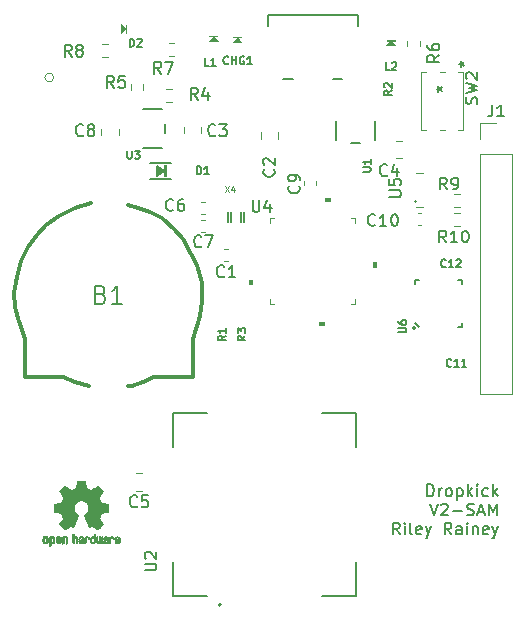
<source format=gbr>
%TF.GenerationSoftware,KiCad,Pcbnew,(6.0.4-0)*%
%TF.CreationDate,2022-05-02T23:13:47-05:00*%
%TF.ProjectId,dropkick,64726f70-6b69-4636-9b2e-6b696361645f,rev?*%
%TF.SameCoordinates,Original*%
%TF.FileFunction,Legend,Top*%
%TF.FilePolarity,Positive*%
%FSLAX46Y46*%
G04 Gerber Fmt 4.6, Leading zero omitted, Abs format (unit mm)*
G04 Created by KiCad (PCBNEW (6.0.4-0)) date 2022-05-02 23:13:47*
%MOMM*%
%LPD*%
G01*
G04 APERTURE LIST*
%ADD10C,0.150000*%
%ADD11C,0.146304*%
%ADD12C,0.100000*%
%ADD13C,0.200000*%
%ADD14C,0.120000*%
%ADD15C,0.203200*%
%ADD16C,0.010000*%
%ADD17C,0.127000*%
%ADD18C,0.304800*%
G04 APERTURE END LIST*
D10*
X99859642Y-85242380D02*
X99859642Y-84242380D01*
X100097738Y-84242380D01*
X100240595Y-84290000D01*
X100335833Y-84385238D01*
X100383452Y-84480476D01*
X100431071Y-84670952D01*
X100431071Y-84813809D01*
X100383452Y-85004285D01*
X100335833Y-85099523D01*
X100240595Y-85194761D01*
X100097738Y-85242380D01*
X99859642Y-85242380D01*
X100859642Y-85242380D02*
X100859642Y-84575714D01*
X100859642Y-84766190D02*
X100907261Y-84670952D01*
X100954880Y-84623333D01*
X101050119Y-84575714D01*
X101145357Y-84575714D01*
X101621547Y-85242380D02*
X101526309Y-85194761D01*
X101478690Y-85147142D01*
X101431071Y-85051904D01*
X101431071Y-84766190D01*
X101478690Y-84670952D01*
X101526309Y-84623333D01*
X101621547Y-84575714D01*
X101764404Y-84575714D01*
X101859642Y-84623333D01*
X101907261Y-84670952D01*
X101954880Y-84766190D01*
X101954880Y-85051904D01*
X101907261Y-85147142D01*
X101859642Y-85194761D01*
X101764404Y-85242380D01*
X101621547Y-85242380D01*
X102383452Y-84575714D02*
X102383452Y-85575714D01*
X102383452Y-84623333D02*
X102478690Y-84575714D01*
X102669166Y-84575714D01*
X102764404Y-84623333D01*
X102812023Y-84670952D01*
X102859642Y-84766190D01*
X102859642Y-85051904D01*
X102812023Y-85147142D01*
X102764404Y-85194761D01*
X102669166Y-85242380D01*
X102478690Y-85242380D01*
X102383452Y-85194761D01*
X103288214Y-85242380D02*
X103288214Y-84242380D01*
X103383452Y-84861428D02*
X103669166Y-85242380D01*
X103669166Y-84575714D02*
X103288214Y-84956666D01*
X104097738Y-85242380D02*
X104097738Y-84575714D01*
X104097738Y-84242380D02*
X104050119Y-84290000D01*
X104097738Y-84337619D01*
X104145357Y-84290000D01*
X104097738Y-84242380D01*
X104097738Y-84337619D01*
X105002500Y-85194761D02*
X104907261Y-85242380D01*
X104716785Y-85242380D01*
X104621547Y-85194761D01*
X104573928Y-85147142D01*
X104526309Y-85051904D01*
X104526309Y-84766190D01*
X104573928Y-84670952D01*
X104621547Y-84623333D01*
X104716785Y-84575714D01*
X104907261Y-84575714D01*
X105002500Y-84623333D01*
X105431071Y-85242380D02*
X105431071Y-84242380D01*
X105526309Y-84861428D02*
X105812023Y-85242380D01*
X105812023Y-84575714D02*
X105431071Y-84956666D01*
X100097738Y-85852380D02*
X100431071Y-86852380D01*
X100764404Y-85852380D01*
X101050119Y-85947619D02*
X101097738Y-85900000D01*
X101192976Y-85852380D01*
X101431071Y-85852380D01*
X101526309Y-85900000D01*
X101573928Y-85947619D01*
X101621547Y-86042857D01*
X101621547Y-86138095D01*
X101573928Y-86280952D01*
X101002500Y-86852380D01*
X101621547Y-86852380D01*
X102050119Y-86471428D02*
X102812023Y-86471428D01*
X103240595Y-86804761D02*
X103383452Y-86852380D01*
X103621547Y-86852380D01*
X103716785Y-86804761D01*
X103764404Y-86757142D01*
X103812023Y-86661904D01*
X103812023Y-86566666D01*
X103764404Y-86471428D01*
X103716785Y-86423809D01*
X103621547Y-86376190D01*
X103431071Y-86328571D01*
X103335833Y-86280952D01*
X103288214Y-86233333D01*
X103240595Y-86138095D01*
X103240595Y-86042857D01*
X103288214Y-85947619D01*
X103335833Y-85900000D01*
X103431071Y-85852380D01*
X103669166Y-85852380D01*
X103812023Y-85900000D01*
X104192976Y-86566666D02*
X104669166Y-86566666D01*
X104097738Y-86852380D02*
X104431071Y-85852380D01*
X104764404Y-86852380D01*
X105097738Y-86852380D02*
X105097738Y-85852380D01*
X105431071Y-86566666D01*
X105764404Y-85852380D01*
X105764404Y-86852380D01*
X97526309Y-88462380D02*
X97192976Y-87986190D01*
X96954880Y-88462380D02*
X96954880Y-87462380D01*
X97335833Y-87462380D01*
X97431071Y-87510000D01*
X97478690Y-87557619D01*
X97526309Y-87652857D01*
X97526309Y-87795714D01*
X97478690Y-87890952D01*
X97431071Y-87938571D01*
X97335833Y-87986190D01*
X96954880Y-87986190D01*
X97954880Y-88462380D02*
X97954880Y-87795714D01*
X97954880Y-87462380D02*
X97907261Y-87510000D01*
X97954880Y-87557619D01*
X98002500Y-87510000D01*
X97954880Y-87462380D01*
X97954880Y-87557619D01*
X98573928Y-88462380D02*
X98478690Y-88414761D01*
X98431071Y-88319523D01*
X98431071Y-87462380D01*
X99335833Y-88414761D02*
X99240595Y-88462380D01*
X99050119Y-88462380D01*
X98954880Y-88414761D01*
X98907261Y-88319523D01*
X98907261Y-87938571D01*
X98954880Y-87843333D01*
X99050119Y-87795714D01*
X99240595Y-87795714D01*
X99335833Y-87843333D01*
X99383452Y-87938571D01*
X99383452Y-88033809D01*
X98907261Y-88129047D01*
X99716785Y-87795714D02*
X99954880Y-88462380D01*
X100192976Y-87795714D02*
X99954880Y-88462380D01*
X99859642Y-88700476D01*
X99812023Y-88748095D01*
X99716785Y-88795714D01*
X101907261Y-88462380D02*
X101573928Y-87986190D01*
X101335833Y-88462380D02*
X101335833Y-87462380D01*
X101716785Y-87462380D01*
X101812023Y-87510000D01*
X101859642Y-87557619D01*
X101907261Y-87652857D01*
X101907261Y-87795714D01*
X101859642Y-87890952D01*
X101812023Y-87938571D01*
X101716785Y-87986190D01*
X101335833Y-87986190D01*
X102764404Y-88462380D02*
X102764404Y-87938571D01*
X102716785Y-87843333D01*
X102621547Y-87795714D01*
X102431071Y-87795714D01*
X102335833Y-87843333D01*
X102764404Y-88414761D02*
X102669166Y-88462380D01*
X102431071Y-88462380D01*
X102335833Y-88414761D01*
X102288214Y-88319523D01*
X102288214Y-88224285D01*
X102335833Y-88129047D01*
X102431071Y-88081428D01*
X102669166Y-88081428D01*
X102764404Y-88033809D01*
X103240595Y-88462380D02*
X103240595Y-87795714D01*
X103240595Y-87462380D02*
X103192976Y-87510000D01*
X103240595Y-87557619D01*
X103288214Y-87510000D01*
X103240595Y-87462380D01*
X103240595Y-87557619D01*
X103716785Y-87795714D02*
X103716785Y-88462380D01*
X103716785Y-87890952D02*
X103764404Y-87843333D01*
X103859642Y-87795714D01*
X104002500Y-87795714D01*
X104097738Y-87843333D01*
X104145357Y-87938571D01*
X104145357Y-88462380D01*
X105002500Y-88414761D02*
X104907261Y-88462380D01*
X104716785Y-88462380D01*
X104621547Y-88414761D01*
X104573928Y-88319523D01*
X104573928Y-87938571D01*
X104621547Y-87843333D01*
X104716785Y-87795714D01*
X104907261Y-87795714D01*
X105002500Y-87843333D01*
X105050119Y-87938571D01*
X105050119Y-88033809D01*
X104573928Y-88129047D01*
X105383452Y-87795714D02*
X105621547Y-88462380D01*
X105859642Y-87795714D02*
X105621547Y-88462380D01*
X105526309Y-88700476D01*
X105478690Y-88748095D01*
X105383452Y-88795714D01*
D11*
%TO.C,C11*%
X101908434Y-74204786D02*
X101876696Y-74236524D01*
X101781482Y-74268262D01*
X101718007Y-74268262D01*
X101622793Y-74236524D01*
X101559317Y-74173048D01*
X101527579Y-74109572D01*
X101495841Y-73982620D01*
X101495841Y-73887407D01*
X101527579Y-73760455D01*
X101559317Y-73696979D01*
X101622793Y-73633504D01*
X101718007Y-73601766D01*
X101781482Y-73601766D01*
X101876696Y-73633504D01*
X101908434Y-73665241D01*
X102543192Y-74268262D02*
X102162337Y-74268262D01*
X102352765Y-74268262D02*
X102352765Y-73601766D01*
X102289289Y-73696979D01*
X102225813Y-73760455D01*
X102162337Y-73792193D01*
X103177950Y-74268262D02*
X102797095Y-74268262D01*
X102987523Y-74268262D02*
X102987523Y-73601766D01*
X102924047Y-73696979D01*
X102860571Y-73760455D01*
X102797095Y-73792193D01*
%TO.C,CHG1*%
X83014641Y-48594786D02*
X82982904Y-48626524D01*
X82887690Y-48658262D01*
X82824214Y-48658262D01*
X82729000Y-48626524D01*
X82665525Y-48563048D01*
X82633787Y-48499572D01*
X82602049Y-48372620D01*
X82602049Y-48277407D01*
X82633787Y-48150455D01*
X82665525Y-48086979D01*
X82729000Y-48023504D01*
X82824214Y-47991766D01*
X82887690Y-47991766D01*
X82982904Y-48023504D01*
X83014641Y-48055241D01*
X83300283Y-48658262D02*
X83300283Y-47991766D01*
X83300283Y-48309145D02*
X83681137Y-48309145D01*
X83681137Y-48658262D02*
X83681137Y-47991766D01*
X84347633Y-48023504D02*
X84284158Y-47991766D01*
X84188944Y-47991766D01*
X84093730Y-48023504D01*
X84030254Y-48086979D01*
X83998517Y-48150455D01*
X83966779Y-48277407D01*
X83966779Y-48372620D01*
X83998517Y-48499572D01*
X84030254Y-48563048D01*
X84093730Y-48626524D01*
X84188944Y-48658262D01*
X84252420Y-48658262D01*
X84347633Y-48626524D01*
X84379371Y-48594786D01*
X84379371Y-48372620D01*
X84252420Y-48372620D01*
X85014129Y-48658262D02*
X84633275Y-48658262D01*
X84823702Y-48658262D02*
X84823702Y-47991766D01*
X84760226Y-48086979D01*
X84696750Y-48150455D01*
X84633275Y-48182193D01*
%TO.C,R2*%
X96868262Y-50865358D02*
X96550883Y-51087523D01*
X96868262Y-51246212D02*
X96201766Y-51246212D01*
X96201766Y-50992309D01*
X96233504Y-50928833D01*
X96265241Y-50897095D01*
X96328717Y-50865358D01*
X96423931Y-50865358D01*
X96487407Y-50897095D01*
X96519145Y-50928833D01*
X96550883Y-50992309D01*
X96550883Y-51246212D01*
X96265241Y-50611454D02*
X96233504Y-50579716D01*
X96201766Y-50516241D01*
X96201766Y-50357551D01*
X96233504Y-50294075D01*
X96265241Y-50262337D01*
X96328717Y-50230599D01*
X96392193Y-50230599D01*
X96487407Y-50262337D01*
X96868262Y-50643192D01*
X96868262Y-50230599D01*
D10*
%TO.C,SW2*%
X104054761Y-52003333D02*
X104102380Y-51860476D01*
X104102380Y-51622380D01*
X104054761Y-51527142D01*
X104007142Y-51479523D01*
X103911904Y-51431904D01*
X103816666Y-51431904D01*
X103721428Y-51479523D01*
X103673809Y-51527142D01*
X103626190Y-51622380D01*
X103578571Y-51812857D01*
X103530952Y-51908095D01*
X103483333Y-51955714D01*
X103388095Y-52003333D01*
X103292857Y-52003333D01*
X103197619Y-51955714D01*
X103150000Y-51908095D01*
X103102380Y-51812857D01*
X103102380Y-51574761D01*
X103150000Y-51431904D01*
X103102380Y-51098571D02*
X104102380Y-50860476D01*
X103388095Y-50670000D01*
X104102380Y-50479523D01*
X103102380Y-50241428D01*
X103197619Y-49908095D02*
X103150000Y-49860476D01*
X103102380Y-49765238D01*
X103102380Y-49527142D01*
X103150000Y-49431904D01*
X103197619Y-49384285D01*
X103292857Y-49336666D01*
X103388095Y-49336666D01*
X103530952Y-49384285D01*
X104102380Y-49955714D01*
X104102380Y-49336666D01*
X100654380Y-50748000D02*
X100892476Y-50748000D01*
X100797238Y-50986095D02*
X100892476Y-50748000D01*
X100797238Y-50509904D01*
X101082952Y-50890857D02*
X100892476Y-50748000D01*
X101082952Y-50605142D01*
X102553380Y-48640500D02*
X102791476Y-48640500D01*
X102696238Y-48878595D02*
X102791476Y-48640500D01*
X102696238Y-48402404D01*
X102981952Y-48783357D02*
X102791476Y-48640500D01*
X102981952Y-48497642D01*
%TO.C,C2*%
X86857142Y-57556666D02*
X86904761Y-57604285D01*
X86952380Y-57747142D01*
X86952380Y-57842380D01*
X86904761Y-57985238D01*
X86809523Y-58080476D01*
X86714285Y-58128095D01*
X86523809Y-58175714D01*
X86380952Y-58175714D01*
X86190476Y-58128095D01*
X86095238Y-58080476D01*
X86000000Y-57985238D01*
X85952380Y-57842380D01*
X85952380Y-57747142D01*
X86000000Y-57604285D01*
X86047619Y-57556666D01*
X86047619Y-57175714D02*
X86000000Y-57128095D01*
X85952380Y-57032857D01*
X85952380Y-56794761D01*
X86000000Y-56699523D01*
X86047619Y-56651904D01*
X86142857Y-56604285D01*
X86238095Y-56604285D01*
X86380952Y-56651904D01*
X86952380Y-57223333D01*
X86952380Y-56604285D01*
%TO.C,C6*%
X78353333Y-60977142D02*
X78305714Y-61024761D01*
X78162857Y-61072380D01*
X78067619Y-61072380D01*
X77924761Y-61024761D01*
X77829523Y-60929523D01*
X77781904Y-60834285D01*
X77734285Y-60643809D01*
X77734285Y-60500952D01*
X77781904Y-60310476D01*
X77829523Y-60215238D01*
X77924761Y-60120000D01*
X78067619Y-60072380D01*
X78162857Y-60072380D01*
X78305714Y-60120000D01*
X78353333Y-60167619D01*
X79210476Y-60072380D02*
X79020000Y-60072380D01*
X78924761Y-60120000D01*
X78877142Y-60167619D01*
X78781904Y-60310476D01*
X78734285Y-60500952D01*
X78734285Y-60881904D01*
X78781904Y-60977142D01*
X78829523Y-61024761D01*
X78924761Y-61072380D01*
X79115238Y-61072380D01*
X79210476Y-61024761D01*
X79258095Y-60977142D01*
X79305714Y-60881904D01*
X79305714Y-60643809D01*
X79258095Y-60548571D01*
X79210476Y-60500952D01*
X79115238Y-60453333D01*
X78924761Y-60453333D01*
X78829523Y-60500952D01*
X78781904Y-60548571D01*
X78734285Y-60643809D01*
%TO.C,U4*%
X85078095Y-60172380D02*
X85078095Y-60981904D01*
X85125714Y-61077142D01*
X85173333Y-61124761D01*
X85268571Y-61172380D01*
X85459047Y-61172380D01*
X85554285Y-61124761D01*
X85601904Y-61077142D01*
X85649523Y-60981904D01*
X85649523Y-60172380D01*
X86554285Y-60505714D02*
X86554285Y-61172380D01*
X86316190Y-60124761D02*
X86078095Y-60839047D01*
X86697142Y-60839047D01*
%TO.C,C9*%
X88997142Y-58956666D02*
X89044761Y-59004285D01*
X89092380Y-59147142D01*
X89092380Y-59242380D01*
X89044761Y-59385238D01*
X88949523Y-59480476D01*
X88854285Y-59528095D01*
X88663809Y-59575714D01*
X88520952Y-59575714D01*
X88330476Y-59528095D01*
X88235238Y-59480476D01*
X88140000Y-59385238D01*
X88092380Y-59242380D01*
X88092380Y-59147142D01*
X88140000Y-59004285D01*
X88187619Y-58956666D01*
X89092380Y-58480476D02*
X89092380Y-58290000D01*
X89044761Y-58194761D01*
X88997142Y-58147142D01*
X88854285Y-58051904D01*
X88663809Y-58004285D01*
X88282857Y-58004285D01*
X88187619Y-58051904D01*
X88140000Y-58099523D01*
X88092380Y-58194761D01*
X88092380Y-58385238D01*
X88140000Y-58480476D01*
X88187619Y-58528095D01*
X88282857Y-58575714D01*
X88520952Y-58575714D01*
X88616190Y-58528095D01*
X88663809Y-58480476D01*
X88711428Y-58385238D01*
X88711428Y-58194761D01*
X88663809Y-58099523D01*
X88616190Y-58051904D01*
X88520952Y-58004285D01*
%TO.C,C7*%
X80733333Y-64057142D02*
X80685714Y-64104761D01*
X80542857Y-64152380D01*
X80447619Y-64152380D01*
X80304761Y-64104761D01*
X80209523Y-64009523D01*
X80161904Y-63914285D01*
X80114285Y-63723809D01*
X80114285Y-63580952D01*
X80161904Y-63390476D01*
X80209523Y-63295238D01*
X80304761Y-63200000D01*
X80447619Y-63152380D01*
X80542857Y-63152380D01*
X80685714Y-63200000D01*
X80733333Y-63247619D01*
X81066666Y-63152380D02*
X81733333Y-63152380D01*
X81304761Y-64152380D01*
D11*
%TO.C,L2*%
X96671166Y-49168262D02*
X96353787Y-49168262D01*
X96353787Y-48501766D01*
X96861593Y-48565241D02*
X96893331Y-48533504D01*
X96956807Y-48501766D01*
X97115496Y-48501766D01*
X97178972Y-48533504D01*
X97210710Y-48565241D01*
X97242448Y-48628717D01*
X97242448Y-48692193D01*
X97210710Y-48787407D01*
X96829855Y-49168262D01*
X97242448Y-49168262D01*
D10*
%TO.C,R7*%
X77333333Y-49452380D02*
X77000000Y-48976190D01*
X76761904Y-49452380D02*
X76761904Y-48452380D01*
X77142857Y-48452380D01*
X77238095Y-48500000D01*
X77285714Y-48547619D01*
X77333333Y-48642857D01*
X77333333Y-48785714D01*
X77285714Y-48880952D01*
X77238095Y-48928571D01*
X77142857Y-48976190D01*
X76761904Y-48976190D01*
X77666666Y-48452380D02*
X78333333Y-48452380D01*
X77904761Y-49452380D01*
%TO.C,C4*%
X96463333Y-58037142D02*
X96415714Y-58084761D01*
X96272857Y-58132380D01*
X96177619Y-58132380D01*
X96034761Y-58084761D01*
X95939523Y-57989523D01*
X95891904Y-57894285D01*
X95844285Y-57703809D01*
X95844285Y-57560952D01*
X95891904Y-57370476D01*
X95939523Y-57275238D01*
X96034761Y-57180000D01*
X96177619Y-57132380D01*
X96272857Y-57132380D01*
X96415714Y-57180000D01*
X96463333Y-57227619D01*
X97320476Y-57465714D02*
X97320476Y-58132380D01*
X97082380Y-57084761D02*
X96844285Y-57799047D01*
X97463333Y-57799047D01*
%TO.C,J1*%
X105366666Y-52072380D02*
X105366666Y-52786666D01*
X105319047Y-52929523D01*
X105223809Y-53024761D01*
X105080952Y-53072380D01*
X104985714Y-53072380D01*
X106366666Y-53072380D02*
X105795238Y-53072380D01*
X106080952Y-53072380D02*
X106080952Y-52072380D01*
X105985714Y-52215238D01*
X105890476Y-52310476D01*
X105795238Y-52358095D01*
%TO.C,R8*%
X69743333Y-48012380D02*
X69410000Y-47536190D01*
X69171904Y-48012380D02*
X69171904Y-47012380D01*
X69552857Y-47012380D01*
X69648095Y-47060000D01*
X69695714Y-47107619D01*
X69743333Y-47202857D01*
X69743333Y-47345714D01*
X69695714Y-47440952D01*
X69648095Y-47488571D01*
X69552857Y-47536190D01*
X69171904Y-47536190D01*
X70314761Y-47440952D02*
X70219523Y-47393333D01*
X70171904Y-47345714D01*
X70124285Y-47250476D01*
X70124285Y-47202857D01*
X70171904Y-47107619D01*
X70219523Y-47060000D01*
X70314761Y-47012380D01*
X70505238Y-47012380D01*
X70600476Y-47060000D01*
X70648095Y-47107619D01*
X70695714Y-47202857D01*
X70695714Y-47250476D01*
X70648095Y-47345714D01*
X70600476Y-47393333D01*
X70505238Y-47440952D01*
X70314761Y-47440952D01*
X70219523Y-47488571D01*
X70171904Y-47536190D01*
X70124285Y-47631428D01*
X70124285Y-47821904D01*
X70171904Y-47917142D01*
X70219523Y-47964761D01*
X70314761Y-48012380D01*
X70505238Y-48012380D01*
X70600476Y-47964761D01*
X70648095Y-47917142D01*
X70695714Y-47821904D01*
X70695714Y-47631428D01*
X70648095Y-47536190D01*
X70600476Y-47488571D01*
X70505238Y-47440952D01*
D11*
%TO.C,R1*%
X82808262Y-71655358D02*
X82490883Y-71877523D01*
X82808262Y-72036212D02*
X82141766Y-72036212D01*
X82141766Y-71782309D01*
X82173504Y-71718833D01*
X82205241Y-71687095D01*
X82268717Y-71655358D01*
X82363931Y-71655358D01*
X82427407Y-71687095D01*
X82459145Y-71718833D01*
X82490883Y-71782309D01*
X82490883Y-72036212D01*
X82808262Y-71020599D02*
X82808262Y-71401454D01*
X82808262Y-71211027D02*
X82141766Y-71211027D01*
X82236979Y-71274503D01*
X82300455Y-71337978D01*
X82332193Y-71401454D01*
%TO.C,U6*%
X97401766Y-71369400D02*
X97941310Y-71369400D01*
X98004786Y-71337662D01*
X98036524Y-71305924D01*
X98068262Y-71242448D01*
X98068262Y-71115496D01*
X98036524Y-71052021D01*
X98004786Y-71020283D01*
X97941310Y-70988545D01*
X97401766Y-70988545D01*
X97401766Y-70385525D02*
X97401766Y-70512476D01*
X97433504Y-70575952D01*
X97465241Y-70607690D01*
X97560455Y-70671166D01*
X97687407Y-70702904D01*
X97941310Y-70702904D01*
X98004786Y-70671166D01*
X98036524Y-70639428D01*
X98068262Y-70575952D01*
X98068262Y-70449000D01*
X98036524Y-70385525D01*
X98004786Y-70353787D01*
X97941310Y-70322049D01*
X97782620Y-70322049D01*
X97719145Y-70353787D01*
X97687407Y-70385525D01*
X97655669Y-70449000D01*
X97655669Y-70575952D01*
X97687407Y-70639428D01*
X97719145Y-70671166D01*
X97782620Y-70702904D01*
D10*
%TO.C,C3*%
X81933333Y-54657142D02*
X81885714Y-54704761D01*
X81742857Y-54752380D01*
X81647619Y-54752380D01*
X81504761Y-54704761D01*
X81409523Y-54609523D01*
X81361904Y-54514285D01*
X81314285Y-54323809D01*
X81314285Y-54180952D01*
X81361904Y-53990476D01*
X81409523Y-53895238D01*
X81504761Y-53800000D01*
X81647619Y-53752380D01*
X81742857Y-53752380D01*
X81885714Y-53800000D01*
X81933333Y-53847619D01*
X82266666Y-53752380D02*
X82885714Y-53752380D01*
X82552380Y-54133333D01*
X82695238Y-54133333D01*
X82790476Y-54180952D01*
X82838095Y-54228571D01*
X82885714Y-54323809D01*
X82885714Y-54561904D01*
X82838095Y-54657142D01*
X82790476Y-54704761D01*
X82695238Y-54752380D01*
X82409523Y-54752380D01*
X82314285Y-54704761D01*
X82266666Y-54657142D01*
D11*
%TO.C,C12*%
X101424641Y-65794786D02*
X101392904Y-65826524D01*
X101297690Y-65858262D01*
X101234214Y-65858262D01*
X101139000Y-65826524D01*
X101075525Y-65763048D01*
X101043787Y-65699572D01*
X101012049Y-65572620D01*
X101012049Y-65477407D01*
X101043787Y-65350455D01*
X101075525Y-65286979D01*
X101139000Y-65223504D01*
X101234214Y-65191766D01*
X101297690Y-65191766D01*
X101392904Y-65223504D01*
X101424641Y-65255241D01*
X102059400Y-65858262D02*
X101678545Y-65858262D01*
X101868972Y-65858262D02*
X101868972Y-65191766D01*
X101805496Y-65286979D01*
X101742021Y-65350455D01*
X101678545Y-65382193D01*
X102313303Y-65255241D02*
X102345041Y-65223504D01*
X102408517Y-65191766D01*
X102567206Y-65191766D01*
X102630682Y-65223504D01*
X102662420Y-65255241D01*
X102694158Y-65318717D01*
X102694158Y-65382193D01*
X102662420Y-65477407D01*
X102281565Y-65858262D01*
X102694158Y-65858262D01*
D10*
%TO.C,C8*%
X70733333Y-54657142D02*
X70685714Y-54704761D01*
X70542857Y-54752380D01*
X70447619Y-54752380D01*
X70304761Y-54704761D01*
X70209523Y-54609523D01*
X70161904Y-54514285D01*
X70114285Y-54323809D01*
X70114285Y-54180952D01*
X70161904Y-53990476D01*
X70209523Y-53895238D01*
X70304761Y-53800000D01*
X70447619Y-53752380D01*
X70542857Y-53752380D01*
X70685714Y-53800000D01*
X70733333Y-53847619D01*
X71304761Y-54180952D02*
X71209523Y-54133333D01*
X71161904Y-54085714D01*
X71114285Y-53990476D01*
X71114285Y-53942857D01*
X71161904Y-53847619D01*
X71209523Y-53800000D01*
X71304761Y-53752380D01*
X71495238Y-53752380D01*
X71590476Y-53800000D01*
X71638095Y-53847619D01*
X71685714Y-53942857D01*
X71685714Y-53990476D01*
X71638095Y-54085714D01*
X71590476Y-54133333D01*
X71495238Y-54180952D01*
X71304761Y-54180952D01*
X71209523Y-54228571D01*
X71161904Y-54276190D01*
X71114285Y-54371428D01*
X71114285Y-54561904D01*
X71161904Y-54657142D01*
X71209523Y-54704761D01*
X71304761Y-54752380D01*
X71495238Y-54752380D01*
X71590476Y-54704761D01*
X71638095Y-54657142D01*
X71685714Y-54561904D01*
X71685714Y-54371428D01*
X71638095Y-54276190D01*
X71590476Y-54228571D01*
X71495238Y-54180952D01*
D11*
%TO.C,D2*%
X74653787Y-47168262D02*
X74653787Y-46501766D01*
X74812476Y-46501766D01*
X74907690Y-46533504D01*
X74971166Y-46596979D01*
X75002904Y-46660455D01*
X75034641Y-46787407D01*
X75034641Y-46882620D01*
X75002904Y-47009572D01*
X74971166Y-47073048D01*
X74907690Y-47136524D01*
X74812476Y-47168262D01*
X74653787Y-47168262D01*
X75288545Y-46565241D02*
X75320283Y-46533504D01*
X75383758Y-46501766D01*
X75542448Y-46501766D01*
X75605924Y-46533504D01*
X75637662Y-46565241D01*
X75669400Y-46628717D01*
X75669400Y-46692193D01*
X75637662Y-46787407D01*
X75256807Y-47168262D01*
X75669400Y-47168262D01*
D10*
%TO.C,R6*%
X100882380Y-47861666D02*
X100406190Y-48195000D01*
X100882380Y-48433095D02*
X99882380Y-48433095D01*
X99882380Y-48052142D01*
X99930000Y-47956904D01*
X99977619Y-47909285D01*
X100072857Y-47861666D01*
X100215714Y-47861666D01*
X100310952Y-47909285D01*
X100358571Y-47956904D01*
X100406190Y-48052142D01*
X100406190Y-48433095D01*
X99882380Y-47004523D02*
X99882380Y-47195000D01*
X99930000Y-47290238D01*
X99977619Y-47337857D01*
X100120476Y-47433095D01*
X100310952Y-47480714D01*
X100691904Y-47480714D01*
X100787142Y-47433095D01*
X100834761Y-47385476D01*
X100882380Y-47290238D01*
X100882380Y-47099761D01*
X100834761Y-47004523D01*
X100787142Y-46956904D01*
X100691904Y-46909285D01*
X100453809Y-46909285D01*
X100358571Y-46956904D01*
X100310952Y-47004523D01*
X100263333Y-47099761D01*
X100263333Y-47290238D01*
X100310952Y-47385476D01*
X100358571Y-47433095D01*
X100453809Y-47480714D01*
%TO.C,C1*%
X82663333Y-66597142D02*
X82615714Y-66644761D01*
X82472857Y-66692380D01*
X82377619Y-66692380D01*
X82234761Y-66644761D01*
X82139523Y-66549523D01*
X82091904Y-66454285D01*
X82044285Y-66263809D01*
X82044285Y-66120952D01*
X82091904Y-65930476D01*
X82139523Y-65835238D01*
X82234761Y-65740000D01*
X82377619Y-65692380D01*
X82472857Y-65692380D01*
X82615714Y-65740000D01*
X82663333Y-65787619D01*
X83615714Y-66692380D02*
X83044285Y-66692380D01*
X83330000Y-66692380D02*
X83330000Y-65692380D01*
X83234761Y-65835238D01*
X83139523Y-65930476D01*
X83044285Y-65978095D01*
D11*
%TO.C,D1*%
X80362337Y-57968262D02*
X80362337Y-57301766D01*
X80521027Y-57301766D01*
X80616241Y-57333504D01*
X80679716Y-57396979D01*
X80711454Y-57460455D01*
X80743192Y-57587407D01*
X80743192Y-57682620D01*
X80711454Y-57809572D01*
X80679716Y-57873048D01*
X80616241Y-57936524D01*
X80521027Y-57968262D01*
X80362337Y-57968262D01*
X81377950Y-57968262D02*
X80997095Y-57968262D01*
X81187523Y-57968262D02*
X81187523Y-57301766D01*
X81124047Y-57396979D01*
X81060571Y-57460455D01*
X80997095Y-57492193D01*
D10*
%TO.C,U2*%
X75927380Y-91516904D02*
X76736904Y-91516904D01*
X76832142Y-91469285D01*
X76879761Y-91421666D01*
X76927380Y-91326428D01*
X76927380Y-91135952D01*
X76879761Y-91040714D01*
X76832142Y-90993095D01*
X76736904Y-90945476D01*
X75927380Y-90945476D01*
X76022619Y-90516904D02*
X75975000Y-90469285D01*
X75927380Y-90374047D01*
X75927380Y-90135952D01*
X75975000Y-90040714D01*
X76022619Y-89993095D01*
X76117857Y-89945476D01*
X76213095Y-89945476D01*
X76355952Y-89993095D01*
X76927380Y-90564523D01*
X76927380Y-89945476D01*
D12*
%TO.C,X4*%
X82764428Y-58988190D02*
X83097761Y-59488190D01*
X83097761Y-58988190D02*
X82764428Y-59488190D01*
X83502523Y-59154857D02*
X83502523Y-59488190D01*
X83383476Y-58964380D02*
X83264428Y-59321523D01*
X83573952Y-59321523D01*
D10*
%TO.C,R9*%
X101533333Y-59252380D02*
X101200000Y-58776190D01*
X100961904Y-59252380D02*
X100961904Y-58252380D01*
X101342857Y-58252380D01*
X101438095Y-58300000D01*
X101485714Y-58347619D01*
X101533333Y-58442857D01*
X101533333Y-58585714D01*
X101485714Y-58680952D01*
X101438095Y-58728571D01*
X101342857Y-58776190D01*
X100961904Y-58776190D01*
X102009523Y-59252380D02*
X102200000Y-59252380D01*
X102295238Y-59204761D01*
X102342857Y-59157142D01*
X102438095Y-59014285D01*
X102485714Y-58823809D01*
X102485714Y-58442857D01*
X102438095Y-58347619D01*
X102390476Y-58300000D01*
X102295238Y-58252380D01*
X102104761Y-58252380D01*
X102009523Y-58300000D01*
X101961904Y-58347619D01*
X101914285Y-58442857D01*
X101914285Y-58680952D01*
X101961904Y-58776190D01*
X102009523Y-58823809D01*
X102104761Y-58871428D01*
X102295238Y-58871428D01*
X102390476Y-58823809D01*
X102438095Y-58776190D01*
X102485714Y-58680952D01*
%TO.C,C10*%
X95457142Y-62257142D02*
X95409523Y-62304761D01*
X95266666Y-62352380D01*
X95171428Y-62352380D01*
X95028571Y-62304761D01*
X94933333Y-62209523D01*
X94885714Y-62114285D01*
X94838095Y-61923809D01*
X94838095Y-61780952D01*
X94885714Y-61590476D01*
X94933333Y-61495238D01*
X95028571Y-61400000D01*
X95171428Y-61352380D01*
X95266666Y-61352380D01*
X95409523Y-61400000D01*
X95457142Y-61447619D01*
X96409523Y-62352380D02*
X95838095Y-62352380D01*
X96123809Y-62352380D02*
X96123809Y-61352380D01*
X96028571Y-61495238D01*
X95933333Y-61590476D01*
X95838095Y-61638095D01*
X97028571Y-61352380D02*
X97123809Y-61352380D01*
X97219047Y-61400000D01*
X97266666Y-61447619D01*
X97314285Y-61542857D01*
X97361904Y-61733333D01*
X97361904Y-61971428D01*
X97314285Y-62161904D01*
X97266666Y-62257142D01*
X97219047Y-62304761D01*
X97123809Y-62352380D01*
X97028571Y-62352380D01*
X96933333Y-62304761D01*
X96885714Y-62257142D01*
X96838095Y-62161904D01*
X96790476Y-61971428D01*
X96790476Y-61733333D01*
X96838095Y-61542857D01*
X96885714Y-61447619D01*
X96933333Y-61400000D01*
X97028571Y-61352380D01*
%TO.C,R5*%
X73333333Y-50652380D02*
X73000000Y-50176190D01*
X72761904Y-50652380D02*
X72761904Y-49652380D01*
X73142857Y-49652380D01*
X73238095Y-49700000D01*
X73285714Y-49747619D01*
X73333333Y-49842857D01*
X73333333Y-49985714D01*
X73285714Y-50080952D01*
X73238095Y-50128571D01*
X73142857Y-50176190D01*
X72761904Y-50176190D01*
X74238095Y-49652380D02*
X73761904Y-49652380D01*
X73714285Y-50128571D01*
X73761904Y-50080952D01*
X73857142Y-50033333D01*
X74095238Y-50033333D01*
X74190476Y-50080952D01*
X74238095Y-50128571D01*
X74285714Y-50223809D01*
X74285714Y-50461904D01*
X74238095Y-50557142D01*
X74190476Y-50604761D01*
X74095238Y-50652380D01*
X73857142Y-50652380D01*
X73761904Y-50604761D01*
X73714285Y-50557142D01*
D13*
%TO.C,B1*%
X72249142Y-68146857D02*
X72463428Y-68218285D01*
X72534857Y-68289714D01*
X72606285Y-68432571D01*
X72606285Y-68646857D01*
X72534857Y-68789714D01*
X72463428Y-68861142D01*
X72320571Y-68932571D01*
X71749142Y-68932571D01*
X71749142Y-67432571D01*
X72249142Y-67432571D01*
X72392000Y-67504000D01*
X72463428Y-67575428D01*
X72534857Y-67718285D01*
X72534857Y-67861142D01*
X72463428Y-68004000D01*
X72392000Y-68075428D01*
X72249142Y-68146857D01*
X71749142Y-68146857D01*
X74034857Y-68932571D02*
X73177714Y-68932571D01*
X73606285Y-68932571D02*
X73606285Y-67432571D01*
X73463428Y-67646857D01*
X73320571Y-67789714D01*
X73177714Y-67861142D01*
D10*
%TO.C,U5*%
X96627380Y-59911904D02*
X97436904Y-59911904D01*
X97532142Y-59864285D01*
X97579761Y-59816666D01*
X97627380Y-59721428D01*
X97627380Y-59530952D01*
X97579761Y-59435714D01*
X97532142Y-59388095D01*
X97436904Y-59340476D01*
X96627380Y-59340476D01*
X96627380Y-58388095D02*
X96627380Y-58864285D01*
X97103571Y-58911904D01*
X97055952Y-58864285D01*
X97008333Y-58769047D01*
X97008333Y-58530952D01*
X97055952Y-58435714D01*
X97103571Y-58388095D01*
X97198809Y-58340476D01*
X97436904Y-58340476D01*
X97532142Y-58388095D01*
X97579761Y-58435714D01*
X97627380Y-58530952D01*
X97627380Y-58769047D01*
X97579761Y-58864285D01*
X97532142Y-58911904D01*
D11*
%TO.C,U1*%
X94421766Y-57754112D02*
X94961310Y-57754112D01*
X95024786Y-57722374D01*
X95056524Y-57690637D01*
X95088262Y-57627161D01*
X95088262Y-57500209D01*
X95056524Y-57436733D01*
X95024786Y-57404995D01*
X94961310Y-57373258D01*
X94421766Y-57373258D01*
X95088262Y-56706762D02*
X95088262Y-57087616D01*
X95088262Y-56897189D02*
X94421766Y-56897189D01*
X94516979Y-56960665D01*
X94580455Y-57024141D01*
X94612193Y-57087616D01*
%TO.C,L1*%
X81371166Y-48768262D02*
X81053787Y-48768262D01*
X81053787Y-48101766D01*
X81942448Y-48768262D02*
X81561593Y-48768262D01*
X81752021Y-48768262D02*
X81752021Y-48101766D01*
X81688545Y-48196979D01*
X81625069Y-48260455D01*
X81561593Y-48292193D01*
%TO.C,R3*%
X84468262Y-71665358D02*
X84150883Y-71887523D01*
X84468262Y-72046212D02*
X83801766Y-72046212D01*
X83801766Y-71792309D01*
X83833504Y-71728833D01*
X83865241Y-71697095D01*
X83928717Y-71665358D01*
X84023931Y-71665358D01*
X84087407Y-71697095D01*
X84119145Y-71728833D01*
X84150883Y-71792309D01*
X84150883Y-72046212D01*
X83801766Y-71443192D02*
X83801766Y-71030599D01*
X84055669Y-71252765D01*
X84055669Y-71157551D01*
X84087407Y-71094075D01*
X84119145Y-71062337D01*
X84182620Y-71030599D01*
X84341310Y-71030599D01*
X84404786Y-71062337D01*
X84436524Y-71094075D01*
X84468262Y-71157551D01*
X84468262Y-71347978D01*
X84436524Y-71411454D01*
X84404786Y-71443192D01*
D10*
%TO.C,R4*%
X80433333Y-51652380D02*
X80100000Y-51176190D01*
X79861904Y-51652380D02*
X79861904Y-50652380D01*
X80242857Y-50652380D01*
X80338095Y-50700000D01*
X80385714Y-50747619D01*
X80433333Y-50842857D01*
X80433333Y-50985714D01*
X80385714Y-51080952D01*
X80338095Y-51128571D01*
X80242857Y-51176190D01*
X79861904Y-51176190D01*
X81290476Y-50985714D02*
X81290476Y-51652380D01*
X81052380Y-50604761D02*
X80814285Y-51319047D01*
X81433333Y-51319047D01*
D11*
%TO.C,U3*%
X74453787Y-56001766D02*
X74453787Y-56541310D01*
X74485525Y-56604786D01*
X74517262Y-56636524D01*
X74580738Y-56668262D01*
X74707690Y-56668262D01*
X74771166Y-56636524D01*
X74802904Y-56604786D01*
X74834641Y-56541310D01*
X74834641Y-56001766D01*
X75088545Y-56001766D02*
X75501137Y-56001766D01*
X75278972Y-56255669D01*
X75374186Y-56255669D01*
X75437662Y-56287407D01*
X75469400Y-56319145D01*
X75501137Y-56382620D01*
X75501137Y-56541310D01*
X75469400Y-56604786D01*
X75437662Y-56636524D01*
X75374186Y-56668262D01*
X75183758Y-56668262D01*
X75120283Y-56636524D01*
X75088545Y-56604786D01*
D10*
%TO.C,R10*%
X101457142Y-63752380D02*
X101123809Y-63276190D01*
X100885714Y-63752380D02*
X100885714Y-62752380D01*
X101266666Y-62752380D01*
X101361904Y-62800000D01*
X101409523Y-62847619D01*
X101457142Y-62942857D01*
X101457142Y-63085714D01*
X101409523Y-63180952D01*
X101361904Y-63228571D01*
X101266666Y-63276190D01*
X100885714Y-63276190D01*
X102409523Y-63752380D02*
X101838095Y-63752380D01*
X102123809Y-63752380D02*
X102123809Y-62752380D01*
X102028571Y-62895238D01*
X101933333Y-62990476D01*
X101838095Y-63038095D01*
X103028571Y-62752380D02*
X103123809Y-62752380D01*
X103219047Y-62800000D01*
X103266666Y-62847619D01*
X103314285Y-62942857D01*
X103361904Y-63133333D01*
X103361904Y-63371428D01*
X103314285Y-63561904D01*
X103266666Y-63657142D01*
X103219047Y-63704761D01*
X103123809Y-63752380D01*
X103028571Y-63752380D01*
X102933333Y-63704761D01*
X102885714Y-63657142D01*
X102838095Y-63561904D01*
X102790476Y-63371428D01*
X102790476Y-63133333D01*
X102838095Y-62942857D01*
X102885714Y-62847619D01*
X102933333Y-62800000D01*
X103028571Y-62752380D01*
%TO.C,C5*%
X75303333Y-86077142D02*
X75255714Y-86124761D01*
X75112857Y-86172380D01*
X75017619Y-86172380D01*
X74874761Y-86124761D01*
X74779523Y-86029523D01*
X74731904Y-85934285D01*
X74684285Y-85743809D01*
X74684285Y-85600952D01*
X74731904Y-85410476D01*
X74779523Y-85315238D01*
X74874761Y-85220000D01*
X75017619Y-85172380D01*
X75112857Y-85172380D01*
X75255714Y-85220000D01*
X75303333Y-85267619D01*
X76208095Y-85172380D02*
X75731904Y-85172380D01*
X75684285Y-85648571D01*
X75731904Y-85600952D01*
X75827142Y-85553333D01*
X76065238Y-85553333D01*
X76160476Y-85600952D01*
X76208095Y-85648571D01*
X76255714Y-85743809D01*
X76255714Y-85981904D01*
X76208095Y-86077142D01*
X76160476Y-86124761D01*
X76065238Y-86172380D01*
X75827142Y-86172380D01*
X75731904Y-86124761D01*
X75684285Y-86077142D01*
%TO.C,CHG1*%
G36*
X84212544Y-46854000D02*
G01*
X83387456Y-46854000D01*
X83800000Y-46338320D01*
X84212544Y-46854000D01*
G37*
G36*
X84181000Y-46460300D02*
G01*
X83419000Y-46460300D01*
X83419000Y-46333300D01*
X84181000Y-46333300D01*
X84181000Y-46460300D01*
G37*
D14*
%TO.C,SW2*%
X99342000Y-54246500D02*
X99733259Y-54246500D01*
X99342000Y-49293500D02*
X99342000Y-54246500D01*
X100906739Y-54246500D02*
X101333261Y-54246500D01*
X102898000Y-49293500D02*
X102506741Y-49293500D01*
X101333261Y-49293500D02*
X100906739Y-49293500D01*
X102898000Y-54246500D02*
X102898000Y-49293500D01*
X102506741Y-54246500D02*
X102898000Y-54246500D01*
X99733259Y-49293500D02*
X99342000Y-49293500D01*
%TO.C,C2*%
X85765000Y-54961252D02*
X85765000Y-54438748D01*
X87235000Y-54961252D02*
X87235000Y-54438748D01*
%TO.C,C6*%
X81014580Y-61352000D02*
X80733420Y-61352000D01*
X81014580Y-60332000D02*
X80733420Y-60332000D01*
%TO.C,U4*%
X93782200Y-62127560D02*
X93782200Y-61717800D01*
X93782200Y-68982200D02*
X93782200Y-68572440D01*
X86517800Y-68572440D02*
X86517800Y-68982200D01*
X86517800Y-68982200D02*
X86927560Y-68982200D01*
X93372440Y-68982200D02*
X93782200Y-68982200D01*
X86517800Y-61717800D02*
X86517800Y-62127560D01*
X86927560Y-61717800D02*
X86517800Y-61717800D01*
X93782200Y-61717800D02*
X93372440Y-61717800D01*
G36*
X95509400Y-65790500D02*
G01*
X95255400Y-65790500D01*
X95255400Y-65409499D01*
X95509400Y-65409499D01*
X95509400Y-65790500D01*
G37*
D12*
X95509400Y-65790500D02*
X95255400Y-65790500D01*
X95255400Y-65409499D01*
X95509400Y-65409499D01*
X95509400Y-65790500D01*
G36*
X85044600Y-67290499D02*
G01*
X84790600Y-67290499D01*
X84790600Y-66909499D01*
X85044600Y-66909499D01*
X85044600Y-67290499D01*
G37*
X85044600Y-67290499D02*
X84790600Y-67290499D01*
X84790600Y-66909499D01*
X85044600Y-66909499D01*
X85044600Y-67290499D01*
G36*
X91090501Y-70709400D02*
G01*
X90709501Y-70709400D01*
X90709501Y-70455400D01*
X91090501Y-70455400D01*
X91090501Y-70709400D01*
G37*
X91090501Y-70709400D02*
X90709501Y-70709400D01*
X90709501Y-70455400D01*
X91090501Y-70455400D01*
X91090501Y-70709400D01*
G36*
X91590500Y-60244600D02*
G01*
X91209500Y-60244600D01*
X91209500Y-59990600D01*
X91590500Y-59990600D01*
X91590500Y-60244600D01*
G37*
X91590500Y-60244600D02*
X91209500Y-60244600D01*
X91209500Y-59990600D01*
X91590500Y-59990600D01*
X91590500Y-60244600D01*
D14*
%TO.C,C9*%
X89420000Y-58850580D02*
X89420000Y-58569420D01*
X90440000Y-58850580D02*
X90440000Y-58569420D01*
%TO.C,C7*%
X81014580Y-62876000D02*
X80733420Y-62876000D01*
X81014580Y-61856000D02*
X80733420Y-61856000D01*
%TO.C,L2*%
G36*
X97212544Y-47154000D02*
G01*
X96387456Y-47154000D01*
X96800000Y-46638320D01*
X97212544Y-47154000D01*
G37*
G36*
X97181000Y-46760300D02*
G01*
X96419000Y-46760300D01*
X96419000Y-46633300D01*
X97181000Y-46633300D01*
X97181000Y-46760300D01*
G37*
%TO.C,R7*%
X78437258Y-46877500D02*
X77962742Y-46877500D01*
X78437258Y-47922500D02*
X77962742Y-47922500D01*
%TO.C,C4*%
X97188748Y-55135000D02*
X97711252Y-55135000D01*
X97188748Y-56605000D02*
X97711252Y-56605000D01*
%TO.C,J1*%
X104370000Y-54950000D02*
X104370000Y-53620000D01*
X107030000Y-56220000D02*
X107030000Y-76600000D01*
X104370000Y-53620000D02*
X105700000Y-53620000D01*
X104370000Y-76600000D02*
X107030000Y-76600000D01*
X104370000Y-56220000D02*
X104370000Y-76600000D01*
X104370000Y-56220000D02*
X107030000Y-56220000D01*
%TO.C,R8*%
X72362742Y-48022500D02*
X72837258Y-48022500D01*
X72362742Y-46977500D02*
X72837258Y-46977500D01*
D15*
%TO.C,U6*%
X99150000Y-66900000D02*
X98800000Y-66900000D01*
X98800000Y-70550000D02*
X99150000Y-70900000D01*
X102450000Y-66900000D02*
X102800000Y-66900000D01*
X98800000Y-66900000D02*
X98800000Y-67250000D01*
X102800000Y-70550000D02*
X102800000Y-70900000D01*
X102800000Y-67250000D02*
X102800000Y-66900000D01*
X102800000Y-70900000D02*
X102450000Y-70900000D01*
X98844200Y-70982800D02*
G75*
G03*
X98844200Y-70982800I-127000J0D01*
G01*
D14*
%TO.C,C3*%
X79265000Y-54461252D02*
X79265000Y-53938748D01*
X80735000Y-54461252D02*
X80735000Y-53938748D01*
%TO.C,REF2*%
G36*
X68421550Y-88716212D02*
G01*
X68455456Y-88667302D01*
X68516653Y-88617878D01*
X68584063Y-88593359D01*
X68652880Y-88591797D01*
X68718303Y-88611239D01*
X68775527Y-88649735D01*
X68819749Y-88705335D01*
X68846167Y-88776086D01*
X68851510Y-88828162D01*
X68850903Y-88849893D01*
X68845822Y-88866531D01*
X68831855Y-88881437D01*
X68804589Y-88897973D01*
X68759612Y-88919498D01*
X68692511Y-88949374D01*
X68692171Y-88949524D01*
X68630407Y-88977813D01*
X68579759Y-89002933D01*
X68545404Y-89022179D01*
X68532518Y-89032848D01*
X68532514Y-89032934D01*
X68543872Y-89056166D01*
X68570431Y-89081774D01*
X68600923Y-89100221D01*
X68616370Y-89103886D01*
X68658515Y-89091212D01*
X68694808Y-89059471D01*
X68712517Y-89024572D01*
X68729552Y-88998845D01*
X68762922Y-88969546D01*
X68802149Y-88944235D01*
X68836756Y-88930471D01*
X68843993Y-88929714D01*
X68852139Y-88942160D01*
X68852630Y-88973972D01*
X68846643Y-89016866D01*
X68835357Y-89062558D01*
X68819950Y-89102761D01*
X68819171Y-89104322D01*
X68772804Y-89169062D01*
X68712711Y-89213097D01*
X68644465Y-89234711D01*
X68573638Y-89232185D01*
X68505804Y-89203804D01*
X68502788Y-89201808D01*
X68449427Y-89153448D01*
X68414340Y-89090352D01*
X68394922Y-89007387D01*
X68392316Y-88984078D01*
X68387701Y-88874055D01*
X68393233Y-88822748D01*
X68532514Y-88822748D01*
X68534324Y-88854753D01*
X68544222Y-88864093D01*
X68568898Y-88857105D01*
X68607795Y-88840587D01*
X68651275Y-88819881D01*
X68652356Y-88819333D01*
X68689209Y-88799949D01*
X68704000Y-88787013D01*
X68700353Y-88773451D01*
X68684995Y-88755632D01*
X68645923Y-88729845D01*
X68603846Y-88727950D01*
X68566103Y-88746717D01*
X68540034Y-88782915D01*
X68532514Y-88822748D01*
X68393233Y-88822748D01*
X68397194Y-88786027D01*
X68421550Y-88716212D01*
G37*
D16*
X68421550Y-88716212D02*
X68455456Y-88667302D01*
X68516653Y-88617878D01*
X68584063Y-88593359D01*
X68652880Y-88591797D01*
X68718303Y-88611239D01*
X68775527Y-88649735D01*
X68819749Y-88705335D01*
X68846167Y-88776086D01*
X68851510Y-88828162D01*
X68850903Y-88849893D01*
X68845822Y-88866531D01*
X68831855Y-88881437D01*
X68804589Y-88897973D01*
X68759612Y-88919498D01*
X68692511Y-88949374D01*
X68692171Y-88949524D01*
X68630407Y-88977813D01*
X68579759Y-89002933D01*
X68545404Y-89022179D01*
X68532518Y-89032848D01*
X68532514Y-89032934D01*
X68543872Y-89056166D01*
X68570431Y-89081774D01*
X68600923Y-89100221D01*
X68616370Y-89103886D01*
X68658515Y-89091212D01*
X68694808Y-89059471D01*
X68712517Y-89024572D01*
X68729552Y-88998845D01*
X68762922Y-88969546D01*
X68802149Y-88944235D01*
X68836756Y-88930471D01*
X68843993Y-88929714D01*
X68852139Y-88942160D01*
X68852630Y-88973972D01*
X68846643Y-89016866D01*
X68835357Y-89062558D01*
X68819950Y-89102761D01*
X68819171Y-89104322D01*
X68772804Y-89169062D01*
X68712711Y-89213097D01*
X68644465Y-89234711D01*
X68573638Y-89232185D01*
X68505804Y-89203804D01*
X68502788Y-89201808D01*
X68449427Y-89153448D01*
X68414340Y-89090352D01*
X68394922Y-89007387D01*
X68392316Y-88984078D01*
X68387701Y-88874055D01*
X68393233Y-88822748D01*
X68532514Y-88822748D01*
X68534324Y-88854753D01*
X68544222Y-88864093D01*
X68568898Y-88857105D01*
X68607795Y-88840587D01*
X68651275Y-88819881D01*
X68652356Y-88819333D01*
X68689209Y-88799949D01*
X68704000Y-88787013D01*
X68700353Y-88773451D01*
X68684995Y-88755632D01*
X68645923Y-88729845D01*
X68603846Y-88727950D01*
X68566103Y-88746717D01*
X68540034Y-88782915D01*
X68532514Y-88822748D01*
X68393233Y-88822748D01*
X68397194Y-88786027D01*
X68421550Y-88716212D01*
G36*
X67287096Y-88788159D02*
G01*
X67292068Y-88751949D01*
X67300713Y-88725299D01*
X67314005Y-88701722D01*
X67316943Y-88697338D01*
X67366313Y-88638249D01*
X67420109Y-88603947D01*
X67485602Y-88590331D01*
X67507842Y-88589665D01*
X67591115Y-88601962D01*
X67659145Y-88637733D01*
X67709351Y-88695301D01*
X67727185Y-88732312D01*
X67741063Y-88787882D01*
X67748167Y-88858096D01*
X67748840Y-88934727D01*
X67743427Y-89009552D01*
X67732270Y-89074342D01*
X67715714Y-89120873D01*
X67710626Y-89128887D01*
X67650355Y-89188707D01*
X67578769Y-89224535D01*
X67501092Y-89235020D01*
X67422548Y-89218810D01*
X67400689Y-89209092D01*
X67358122Y-89179143D01*
X67320763Y-89139433D01*
X67317232Y-89134397D01*
X67302881Y-89110124D01*
X67293394Y-89084178D01*
X67287790Y-89050022D01*
X67285086Y-89001119D01*
X67284299Y-88930935D01*
X67284286Y-88915200D01*
X67284322Y-88910192D01*
X67429429Y-88910192D01*
X67430273Y-88976430D01*
X67433596Y-89020386D01*
X67440583Y-89048779D01*
X67452416Y-89068325D01*
X67458457Y-89074857D01*
X67493186Y-89099680D01*
X67526903Y-89098548D01*
X67560995Y-89077016D01*
X67581329Y-89054029D01*
X67593371Y-89020478D01*
X67600134Y-88967569D01*
X67600598Y-88961399D01*
X67601752Y-88865513D01*
X67589688Y-88794299D01*
X67564570Y-88748194D01*
X67526560Y-88727635D01*
X67512992Y-88726514D01*
X67477364Y-88732152D01*
X67452994Y-88751686D01*
X67438093Y-88789042D01*
X67430875Y-88848150D01*
X67429429Y-88910192D01*
X67284322Y-88910192D01*
X67284826Y-88840413D01*
X67287096Y-88788159D01*
G37*
X67287096Y-88788159D02*
X67292068Y-88751949D01*
X67300713Y-88725299D01*
X67314005Y-88701722D01*
X67316943Y-88697338D01*
X67366313Y-88638249D01*
X67420109Y-88603947D01*
X67485602Y-88590331D01*
X67507842Y-88589665D01*
X67591115Y-88601962D01*
X67659145Y-88637733D01*
X67709351Y-88695301D01*
X67727185Y-88732312D01*
X67741063Y-88787882D01*
X67748167Y-88858096D01*
X67748840Y-88934727D01*
X67743427Y-89009552D01*
X67732270Y-89074342D01*
X67715714Y-89120873D01*
X67710626Y-89128887D01*
X67650355Y-89188707D01*
X67578769Y-89224535D01*
X67501092Y-89235020D01*
X67422548Y-89218810D01*
X67400689Y-89209092D01*
X67358122Y-89179143D01*
X67320763Y-89139433D01*
X67317232Y-89134397D01*
X67302881Y-89110124D01*
X67293394Y-89084178D01*
X67287790Y-89050022D01*
X67285086Y-89001119D01*
X67284299Y-88930935D01*
X67284286Y-88915200D01*
X67284322Y-88910192D01*
X67429429Y-88910192D01*
X67430273Y-88976430D01*
X67433596Y-89020386D01*
X67440583Y-89048779D01*
X67452416Y-89068325D01*
X67458457Y-89074857D01*
X67493186Y-89099680D01*
X67526903Y-89098548D01*
X67560995Y-89077016D01*
X67581329Y-89054029D01*
X67593371Y-89020478D01*
X67600134Y-88967569D01*
X67600598Y-88961399D01*
X67601752Y-88865513D01*
X67589688Y-88794299D01*
X67564570Y-88748194D01*
X67526560Y-88727635D01*
X67512992Y-88726514D01*
X67477364Y-88732152D01*
X67452994Y-88751686D01*
X67438093Y-88789042D01*
X67430875Y-88848150D01*
X67429429Y-88910192D01*
X67284322Y-88910192D01*
X67284826Y-88840413D01*
X67287096Y-88788159D01*
G36*
X71334726Y-88770086D02*
G01*
X71357135Y-88718600D01*
X71392124Y-88678443D01*
X71419375Y-88657861D01*
X71468907Y-88635625D01*
X71526316Y-88625304D01*
X71579682Y-88628067D01*
X71609543Y-88639212D01*
X71621261Y-88642383D01*
X71629037Y-88630557D01*
X71634465Y-88598866D01*
X71638571Y-88550593D01*
X71643067Y-88496829D01*
X71649313Y-88464482D01*
X71660676Y-88445985D01*
X71680528Y-88433770D01*
X71693000Y-88428362D01*
X71740171Y-88408601D01*
X71740117Y-88745358D01*
X71739933Y-88853837D01*
X71739219Y-88937287D01*
X71737675Y-88999704D01*
X71735001Y-89045085D01*
X71730894Y-89077429D01*
X71725055Y-89100733D01*
X71717182Y-89118995D01*
X71711221Y-89129418D01*
X71661855Y-89185945D01*
X71599264Y-89221377D01*
X71530013Y-89234090D01*
X71460668Y-89222463D01*
X71419375Y-89201568D01*
X71376025Y-89165422D01*
X71346481Y-89121276D01*
X71328655Y-89063462D01*
X71320463Y-88986313D01*
X71319302Y-88929714D01*
X71319458Y-88925647D01*
X71420857Y-88925647D01*
X71421476Y-88990550D01*
X71424314Y-89033514D01*
X71430840Y-89061622D01*
X71442523Y-89081953D01*
X71456483Y-89097288D01*
X71503365Y-89126890D01*
X71553701Y-89129419D01*
X71601276Y-89104705D01*
X71604979Y-89101356D01*
X71620783Y-89083935D01*
X71630693Y-89063209D01*
X71636058Y-89032362D01*
X71638228Y-88984577D01*
X71638571Y-88931748D01*
X71637827Y-88865381D01*
X71634748Y-88821106D01*
X71628061Y-88792009D01*
X71616496Y-88771173D01*
X71607013Y-88760107D01*
X71562960Y-88732198D01*
X71512224Y-88728843D01*
X71463796Y-88750159D01*
X71454450Y-88758073D01*
X71438540Y-88775647D01*
X71428610Y-88796587D01*
X71423278Y-88827782D01*
X71421163Y-88876122D01*
X71420857Y-88925647D01*
X71319458Y-88925647D01*
X71322810Y-88838568D01*
X71334726Y-88770086D01*
G37*
X71334726Y-88770086D02*
X71357135Y-88718600D01*
X71392124Y-88678443D01*
X71419375Y-88657861D01*
X71468907Y-88635625D01*
X71526316Y-88625304D01*
X71579682Y-88628067D01*
X71609543Y-88639212D01*
X71621261Y-88642383D01*
X71629037Y-88630557D01*
X71634465Y-88598866D01*
X71638571Y-88550593D01*
X71643067Y-88496829D01*
X71649313Y-88464482D01*
X71660676Y-88445985D01*
X71680528Y-88433770D01*
X71693000Y-88428362D01*
X71740171Y-88408601D01*
X71740117Y-88745358D01*
X71739933Y-88853837D01*
X71739219Y-88937287D01*
X71737675Y-88999704D01*
X71735001Y-89045085D01*
X71730894Y-89077429D01*
X71725055Y-89100733D01*
X71717182Y-89118995D01*
X71711221Y-89129418D01*
X71661855Y-89185945D01*
X71599264Y-89221377D01*
X71530013Y-89234090D01*
X71460668Y-89222463D01*
X71419375Y-89201568D01*
X71376025Y-89165422D01*
X71346481Y-89121276D01*
X71328655Y-89063462D01*
X71320463Y-88986313D01*
X71319302Y-88929714D01*
X71319458Y-88925647D01*
X71420857Y-88925647D01*
X71421476Y-88990550D01*
X71424314Y-89033514D01*
X71430840Y-89061622D01*
X71442523Y-89081953D01*
X71456483Y-89097288D01*
X71503365Y-89126890D01*
X71553701Y-89129419D01*
X71601276Y-89104705D01*
X71604979Y-89101356D01*
X71620783Y-89083935D01*
X71630693Y-89063209D01*
X71636058Y-89032362D01*
X71638228Y-88984577D01*
X71638571Y-88931748D01*
X71637827Y-88865381D01*
X71634748Y-88821106D01*
X71628061Y-88792009D01*
X71616496Y-88771173D01*
X71607013Y-88760107D01*
X71562960Y-88732198D01*
X71512224Y-88728843D01*
X71463796Y-88750159D01*
X71454450Y-88758073D01*
X71438540Y-88775647D01*
X71428610Y-88796587D01*
X71423278Y-88827782D01*
X71421163Y-88876122D01*
X71420857Y-88925647D01*
X71319458Y-88925647D01*
X71322810Y-88838568D01*
X71334726Y-88770086D01*
G36*
X70653910Y-83922348D02*
G01*
X70732454Y-83922778D01*
X70789298Y-83923942D01*
X70828105Y-83926207D01*
X70852538Y-83929940D01*
X70866262Y-83935506D01*
X70872940Y-83943273D01*
X70876236Y-83953605D01*
X70876556Y-83954943D01*
X70881562Y-83979079D01*
X70890829Y-84026701D01*
X70903392Y-84092741D01*
X70918287Y-84172128D01*
X70934551Y-84259796D01*
X70935119Y-84262875D01*
X70951410Y-84348789D01*
X70966652Y-84424696D01*
X70979861Y-84486045D01*
X70990054Y-84528282D01*
X70996248Y-84546855D01*
X70996543Y-84547184D01*
X71014788Y-84556253D01*
X71052405Y-84571367D01*
X71101271Y-84589262D01*
X71101543Y-84589358D01*
X71163093Y-84612493D01*
X71235657Y-84641965D01*
X71304057Y-84671597D01*
X71307294Y-84673062D01*
X71418702Y-84723626D01*
X71665399Y-84555160D01*
X71741077Y-84503803D01*
X71809631Y-84457889D01*
X71867088Y-84420030D01*
X71909476Y-84392837D01*
X71932825Y-84378921D01*
X71935042Y-84377889D01*
X71952010Y-84382484D01*
X71983701Y-84404655D01*
X72031352Y-84445447D01*
X72096198Y-84505905D01*
X72162397Y-84570227D01*
X72226214Y-84633612D01*
X72283329Y-84691451D01*
X72330305Y-84740175D01*
X72363703Y-84776210D01*
X72380085Y-84795984D01*
X72380694Y-84797002D01*
X72382505Y-84810572D01*
X72375683Y-84832733D01*
X72358540Y-84866478D01*
X72329393Y-84914800D01*
X72286555Y-84980692D01*
X72229448Y-85065517D01*
X72178766Y-85140177D01*
X72133461Y-85207140D01*
X72096150Y-85262516D01*
X72069452Y-85302420D01*
X72055985Y-85322962D01*
X72055137Y-85324356D01*
X72056781Y-85344038D01*
X72069245Y-85382293D01*
X72090048Y-85431889D01*
X72097462Y-85447728D01*
X72129814Y-85518290D01*
X72164328Y-85598353D01*
X72192365Y-85667629D01*
X72212568Y-85719045D01*
X72228615Y-85758119D01*
X72237888Y-85778541D01*
X72239041Y-85780114D01*
X72256096Y-85782721D01*
X72296298Y-85789863D01*
X72354302Y-85800523D01*
X72424763Y-85813685D01*
X72502335Y-85828333D01*
X72581672Y-85843449D01*
X72657431Y-85858018D01*
X72724264Y-85871022D01*
X72776828Y-85881445D01*
X72809776Y-85888270D01*
X72817857Y-85890199D01*
X72826205Y-85894962D01*
X72832506Y-85905718D01*
X72837045Y-85926098D01*
X72840104Y-85959734D01*
X72841967Y-86010255D01*
X72842918Y-86081292D01*
X72843240Y-86176476D01*
X72843257Y-86215492D01*
X72843257Y-86532799D01*
X72767057Y-86547839D01*
X72724663Y-86555995D01*
X72661400Y-86567899D01*
X72584962Y-86582116D01*
X72503043Y-86597210D01*
X72480400Y-86601355D01*
X72404806Y-86616053D01*
X72338953Y-86630505D01*
X72288366Y-86643375D01*
X72258574Y-86653322D01*
X72253612Y-86656287D01*
X72241426Y-86677283D01*
X72223953Y-86717967D01*
X72204577Y-86770322D01*
X72200734Y-86781600D01*
X72175339Y-86851523D01*
X72143817Y-86930418D01*
X72112969Y-87001266D01*
X72112817Y-87001595D01*
X72061447Y-87112733D01*
X72230399Y-87361253D01*
X72399352Y-87609772D01*
X72182429Y-87827058D01*
X72116819Y-87891726D01*
X72056979Y-87948733D01*
X72006267Y-87995033D01*
X71968046Y-88027584D01*
X71945675Y-88043343D01*
X71942466Y-88044343D01*
X71923626Y-88036469D01*
X71885180Y-88014578D01*
X71831330Y-87981267D01*
X71766276Y-87939131D01*
X71695940Y-87891943D01*
X71624555Y-87843810D01*
X71560908Y-87801928D01*
X71509041Y-87768871D01*
X71472995Y-87747218D01*
X71456867Y-87739543D01*
X71437189Y-87746037D01*
X71399875Y-87763150D01*
X71352621Y-87787326D01*
X71347612Y-87790013D01*
X71283977Y-87821927D01*
X71240341Y-87837579D01*
X71213202Y-87837745D01*
X71199057Y-87823204D01*
X71198975Y-87823000D01*
X71191905Y-87805779D01*
X71175042Y-87764899D01*
X71149695Y-87703525D01*
X71117171Y-87624819D01*
X71078778Y-87531947D01*
X71035822Y-87428072D01*
X70994222Y-87327502D01*
X70948504Y-87216516D01*
X70906526Y-87113703D01*
X70869548Y-87022215D01*
X70838827Y-86945201D01*
X70815622Y-86885815D01*
X70801190Y-86847209D01*
X70796743Y-86832800D01*
X70807896Y-86816272D01*
X70837069Y-86789930D01*
X70875971Y-86760887D01*
X70986757Y-86669039D01*
X71073351Y-86563759D01*
X71134716Y-86447266D01*
X71169815Y-86321776D01*
X71177608Y-86189507D01*
X71171943Y-86128457D01*
X71141078Y-86001795D01*
X71087920Y-85889941D01*
X71015767Y-85794001D01*
X70927917Y-85715076D01*
X70827665Y-85654270D01*
X70718310Y-85612687D01*
X70603147Y-85591428D01*
X70485475Y-85591599D01*
X70368590Y-85614301D01*
X70255789Y-85660638D01*
X70150369Y-85731713D01*
X70106368Y-85771911D01*
X70021979Y-85875129D01*
X69963222Y-85987925D01*
X69929704Y-86107010D01*
X69921035Y-86229095D01*
X69936823Y-86350893D01*
X69976678Y-86469116D01*
X70040207Y-86580475D01*
X70127021Y-86681684D01*
X70224029Y-86760887D01*
X70264437Y-86791162D01*
X70292982Y-86817219D01*
X70303257Y-86832825D01*
X70297877Y-86849843D01*
X70282575Y-86890500D01*
X70258612Y-86951642D01*
X70227244Y-87030119D01*
X70189732Y-87122780D01*
X70147333Y-87226472D01*
X70105663Y-87327526D01*
X70059690Y-87438607D01*
X70017107Y-87541541D01*
X69979221Y-87633165D01*
X69947340Y-87710316D01*
X69922771Y-87769831D01*
X69906820Y-87808544D01*
X69900910Y-87823000D01*
X69886948Y-87837685D01*
X69859940Y-87837642D01*
X69816413Y-87822099D01*
X69752890Y-87790284D01*
X69752388Y-87790013D01*
X69704560Y-87765323D01*
X69665897Y-87747338D01*
X69644095Y-87739614D01*
X69643133Y-87739543D01*
X69626721Y-87747378D01*
X69590487Y-87769165D01*
X69538474Y-87802328D01*
X69474725Y-87844291D01*
X69404060Y-87891943D01*
X69332116Y-87940191D01*
X69267274Y-87982151D01*
X69213735Y-88015227D01*
X69175697Y-88036821D01*
X69157533Y-88044343D01*
X69140808Y-88034457D01*
X69107180Y-88006826D01*
X69060010Y-87964495D01*
X69002658Y-87910505D01*
X68938484Y-87847899D01*
X68917497Y-87826983D01*
X68700499Y-87609623D01*
X68865668Y-87367220D01*
X68915864Y-87292781D01*
X68959919Y-87225972D01*
X68995362Y-87170665D01*
X69019719Y-87130729D01*
X69030522Y-87110036D01*
X69030838Y-87108563D01*
X69025143Y-87089058D01*
X69009826Y-87049822D01*
X68987537Y-86997430D01*
X68971893Y-86962355D01*
X68942641Y-86895201D01*
X68915094Y-86827358D01*
X68893737Y-86770034D01*
X68887935Y-86752572D01*
X68871452Y-86705938D01*
X68855340Y-86669905D01*
X68846490Y-86656287D01*
X68826960Y-86647952D01*
X68784334Y-86636137D01*
X68724145Y-86622181D01*
X68651922Y-86607422D01*
X68619600Y-86601355D01*
X68537522Y-86586273D01*
X68458795Y-86571669D01*
X68391109Y-86558980D01*
X68342160Y-86549642D01*
X68332943Y-86547839D01*
X68256743Y-86532799D01*
X68256743Y-86215492D01*
X68256914Y-86111154D01*
X68257616Y-86032213D01*
X68259134Y-85975038D01*
X68261749Y-85935999D01*
X68265746Y-85911465D01*
X68271409Y-85897805D01*
X68279020Y-85891389D01*
X68282143Y-85890199D01*
X68300978Y-85885980D01*
X68342588Y-85877562D01*
X68401630Y-85865961D01*
X68472757Y-85852195D01*
X68550625Y-85837280D01*
X68629887Y-85822232D01*
X68705198Y-85808069D01*
X68771213Y-85795806D01*
X68822587Y-85786461D01*
X68853975Y-85781050D01*
X68860959Y-85780114D01*
X68867285Y-85767596D01*
X68881290Y-85734246D01*
X68900355Y-85686377D01*
X68907634Y-85667629D01*
X68936996Y-85595195D01*
X68971571Y-85515170D01*
X69002537Y-85447728D01*
X69025323Y-85396159D01*
X69040482Y-85353785D01*
X69045542Y-85327834D01*
X69044736Y-85324356D01*
X69034041Y-85307936D01*
X69009620Y-85271417D01*
X68974095Y-85218687D01*
X68930087Y-85153635D01*
X68880217Y-85080151D01*
X68870356Y-85065645D01*
X68812492Y-84979704D01*
X68769956Y-84914261D01*
X68741054Y-84866304D01*
X68724090Y-84832820D01*
X68717367Y-84810795D01*
X68719190Y-84797217D01*
X68719236Y-84797131D01*
X68733586Y-84779297D01*
X68765323Y-84744817D01*
X68811010Y-84697268D01*
X68867204Y-84640222D01*
X68930468Y-84577255D01*
X68937602Y-84570227D01*
X69017330Y-84493020D01*
X69078857Y-84436330D01*
X69123421Y-84399110D01*
X69152257Y-84380315D01*
X69164958Y-84377889D01*
X69183494Y-84388471D01*
X69221961Y-84412916D01*
X69276386Y-84448612D01*
X69342798Y-84492947D01*
X69417225Y-84543311D01*
X69434601Y-84555160D01*
X69681297Y-84723626D01*
X69792706Y-84673062D01*
X69860457Y-84643595D01*
X69933183Y-84613959D01*
X69995703Y-84590330D01*
X69998457Y-84589358D01*
X70047360Y-84571457D01*
X70085057Y-84556320D01*
X70103425Y-84547210D01*
X70103456Y-84547184D01*
X70109285Y-84530717D01*
X70119192Y-84490219D01*
X70132195Y-84430242D01*
X70147309Y-84355340D01*
X70163552Y-84270064D01*
X70164881Y-84262875D01*
X70181175Y-84175014D01*
X70196133Y-84095260D01*
X70208791Y-84028681D01*
X70218186Y-83980347D01*
X70223354Y-83955325D01*
X70223444Y-83954943D01*
X70226589Y-83944299D01*
X70232704Y-83936262D01*
X70245453Y-83930467D01*
X70268500Y-83926547D01*
X70305509Y-83924135D01*
X70360144Y-83922865D01*
X70436067Y-83922371D01*
X70536944Y-83922286D01*
X70550000Y-83922286D01*
X70653910Y-83922348D01*
G37*
X70653910Y-83922348D02*
X70732454Y-83922778D01*
X70789298Y-83923942D01*
X70828105Y-83926207D01*
X70852538Y-83929940D01*
X70866262Y-83935506D01*
X70872940Y-83943273D01*
X70876236Y-83953605D01*
X70876556Y-83954943D01*
X70881562Y-83979079D01*
X70890829Y-84026701D01*
X70903392Y-84092741D01*
X70918287Y-84172128D01*
X70934551Y-84259796D01*
X70935119Y-84262875D01*
X70951410Y-84348789D01*
X70966652Y-84424696D01*
X70979861Y-84486045D01*
X70990054Y-84528282D01*
X70996248Y-84546855D01*
X70996543Y-84547184D01*
X71014788Y-84556253D01*
X71052405Y-84571367D01*
X71101271Y-84589262D01*
X71101543Y-84589358D01*
X71163093Y-84612493D01*
X71235657Y-84641965D01*
X71304057Y-84671597D01*
X71307294Y-84673062D01*
X71418702Y-84723626D01*
X71665399Y-84555160D01*
X71741077Y-84503803D01*
X71809631Y-84457889D01*
X71867088Y-84420030D01*
X71909476Y-84392837D01*
X71932825Y-84378921D01*
X71935042Y-84377889D01*
X71952010Y-84382484D01*
X71983701Y-84404655D01*
X72031352Y-84445447D01*
X72096198Y-84505905D01*
X72162397Y-84570227D01*
X72226214Y-84633612D01*
X72283329Y-84691451D01*
X72330305Y-84740175D01*
X72363703Y-84776210D01*
X72380085Y-84795984D01*
X72380694Y-84797002D01*
X72382505Y-84810572D01*
X72375683Y-84832733D01*
X72358540Y-84866478D01*
X72329393Y-84914800D01*
X72286555Y-84980692D01*
X72229448Y-85065517D01*
X72178766Y-85140177D01*
X72133461Y-85207140D01*
X72096150Y-85262516D01*
X72069452Y-85302420D01*
X72055985Y-85322962D01*
X72055137Y-85324356D01*
X72056781Y-85344038D01*
X72069245Y-85382293D01*
X72090048Y-85431889D01*
X72097462Y-85447728D01*
X72129814Y-85518290D01*
X72164328Y-85598353D01*
X72192365Y-85667629D01*
X72212568Y-85719045D01*
X72228615Y-85758119D01*
X72237888Y-85778541D01*
X72239041Y-85780114D01*
X72256096Y-85782721D01*
X72296298Y-85789863D01*
X72354302Y-85800523D01*
X72424763Y-85813685D01*
X72502335Y-85828333D01*
X72581672Y-85843449D01*
X72657431Y-85858018D01*
X72724264Y-85871022D01*
X72776828Y-85881445D01*
X72809776Y-85888270D01*
X72817857Y-85890199D01*
X72826205Y-85894962D01*
X72832506Y-85905718D01*
X72837045Y-85926098D01*
X72840104Y-85959734D01*
X72841967Y-86010255D01*
X72842918Y-86081292D01*
X72843240Y-86176476D01*
X72843257Y-86215492D01*
X72843257Y-86532799D01*
X72767057Y-86547839D01*
X72724663Y-86555995D01*
X72661400Y-86567899D01*
X72584962Y-86582116D01*
X72503043Y-86597210D01*
X72480400Y-86601355D01*
X72404806Y-86616053D01*
X72338953Y-86630505D01*
X72288366Y-86643375D01*
X72258574Y-86653322D01*
X72253612Y-86656287D01*
X72241426Y-86677283D01*
X72223953Y-86717967D01*
X72204577Y-86770322D01*
X72200734Y-86781600D01*
X72175339Y-86851523D01*
X72143817Y-86930418D01*
X72112969Y-87001266D01*
X72112817Y-87001595D01*
X72061447Y-87112733D01*
X72230399Y-87361253D01*
X72399352Y-87609772D01*
X72182429Y-87827058D01*
X72116819Y-87891726D01*
X72056979Y-87948733D01*
X72006267Y-87995033D01*
X71968046Y-88027584D01*
X71945675Y-88043343D01*
X71942466Y-88044343D01*
X71923626Y-88036469D01*
X71885180Y-88014578D01*
X71831330Y-87981267D01*
X71766276Y-87939131D01*
X71695940Y-87891943D01*
X71624555Y-87843810D01*
X71560908Y-87801928D01*
X71509041Y-87768871D01*
X71472995Y-87747218D01*
X71456867Y-87739543D01*
X71437189Y-87746037D01*
X71399875Y-87763150D01*
X71352621Y-87787326D01*
X71347612Y-87790013D01*
X71283977Y-87821927D01*
X71240341Y-87837579D01*
X71213202Y-87837745D01*
X71199057Y-87823204D01*
X71198975Y-87823000D01*
X71191905Y-87805779D01*
X71175042Y-87764899D01*
X71149695Y-87703525D01*
X71117171Y-87624819D01*
X71078778Y-87531947D01*
X71035822Y-87428072D01*
X70994222Y-87327502D01*
X70948504Y-87216516D01*
X70906526Y-87113703D01*
X70869548Y-87022215D01*
X70838827Y-86945201D01*
X70815622Y-86885815D01*
X70801190Y-86847209D01*
X70796743Y-86832800D01*
X70807896Y-86816272D01*
X70837069Y-86789930D01*
X70875971Y-86760887D01*
X70986757Y-86669039D01*
X71073351Y-86563759D01*
X71134716Y-86447266D01*
X71169815Y-86321776D01*
X71177608Y-86189507D01*
X71171943Y-86128457D01*
X71141078Y-86001795D01*
X71087920Y-85889941D01*
X71015767Y-85794001D01*
X70927917Y-85715076D01*
X70827665Y-85654270D01*
X70718310Y-85612687D01*
X70603147Y-85591428D01*
X70485475Y-85591599D01*
X70368590Y-85614301D01*
X70255789Y-85660638D01*
X70150369Y-85731713D01*
X70106368Y-85771911D01*
X70021979Y-85875129D01*
X69963222Y-85987925D01*
X69929704Y-86107010D01*
X69921035Y-86229095D01*
X69936823Y-86350893D01*
X69976678Y-86469116D01*
X70040207Y-86580475D01*
X70127021Y-86681684D01*
X70224029Y-86760887D01*
X70264437Y-86791162D01*
X70292982Y-86817219D01*
X70303257Y-86832825D01*
X70297877Y-86849843D01*
X70282575Y-86890500D01*
X70258612Y-86951642D01*
X70227244Y-87030119D01*
X70189732Y-87122780D01*
X70147333Y-87226472D01*
X70105663Y-87327526D01*
X70059690Y-87438607D01*
X70017107Y-87541541D01*
X69979221Y-87633165D01*
X69947340Y-87710316D01*
X69922771Y-87769831D01*
X69906820Y-87808544D01*
X69900910Y-87823000D01*
X69886948Y-87837685D01*
X69859940Y-87837642D01*
X69816413Y-87822099D01*
X69752890Y-87790284D01*
X69752388Y-87790013D01*
X69704560Y-87765323D01*
X69665897Y-87747338D01*
X69644095Y-87739614D01*
X69643133Y-87739543D01*
X69626721Y-87747378D01*
X69590487Y-87769165D01*
X69538474Y-87802328D01*
X69474725Y-87844291D01*
X69404060Y-87891943D01*
X69332116Y-87940191D01*
X69267274Y-87982151D01*
X69213735Y-88015227D01*
X69175697Y-88036821D01*
X69157533Y-88044343D01*
X69140808Y-88034457D01*
X69107180Y-88006826D01*
X69060010Y-87964495D01*
X69002658Y-87910505D01*
X68938484Y-87847899D01*
X68917497Y-87826983D01*
X68700499Y-87609623D01*
X68865668Y-87367220D01*
X68915864Y-87292781D01*
X68959919Y-87225972D01*
X68995362Y-87170665D01*
X69019719Y-87130729D01*
X69030522Y-87110036D01*
X69030838Y-87108563D01*
X69025143Y-87089058D01*
X69009826Y-87049822D01*
X68987537Y-86997430D01*
X68971893Y-86962355D01*
X68942641Y-86895201D01*
X68915094Y-86827358D01*
X68893737Y-86770034D01*
X68887935Y-86752572D01*
X68871452Y-86705938D01*
X68855340Y-86669905D01*
X68846490Y-86656287D01*
X68826960Y-86647952D01*
X68784334Y-86636137D01*
X68724145Y-86622181D01*
X68651922Y-86607422D01*
X68619600Y-86601355D01*
X68537522Y-86586273D01*
X68458795Y-86571669D01*
X68391109Y-86558980D01*
X68342160Y-86549642D01*
X68332943Y-86547839D01*
X68256743Y-86532799D01*
X68256743Y-86215492D01*
X68256914Y-86111154D01*
X68257616Y-86032213D01*
X68259134Y-85975038D01*
X68261749Y-85935999D01*
X68265746Y-85911465D01*
X68271409Y-85897805D01*
X68279020Y-85891389D01*
X68282143Y-85890199D01*
X68300978Y-85885980D01*
X68342588Y-85877562D01*
X68401630Y-85865961D01*
X68472757Y-85852195D01*
X68550625Y-85837280D01*
X68629887Y-85822232D01*
X68705198Y-85808069D01*
X68771213Y-85795806D01*
X68822587Y-85786461D01*
X68853975Y-85781050D01*
X68860959Y-85780114D01*
X68867285Y-85767596D01*
X68881290Y-85734246D01*
X68900355Y-85686377D01*
X68907634Y-85667629D01*
X68936996Y-85595195D01*
X68971571Y-85515170D01*
X69002537Y-85447728D01*
X69025323Y-85396159D01*
X69040482Y-85353785D01*
X69045542Y-85327834D01*
X69044736Y-85324356D01*
X69034041Y-85307936D01*
X69009620Y-85271417D01*
X68974095Y-85218687D01*
X68930087Y-85153635D01*
X68880217Y-85080151D01*
X68870356Y-85065645D01*
X68812492Y-84979704D01*
X68769956Y-84914261D01*
X68741054Y-84866304D01*
X68724090Y-84832820D01*
X68717367Y-84810795D01*
X68719190Y-84797217D01*
X68719236Y-84797131D01*
X68733586Y-84779297D01*
X68765323Y-84744817D01*
X68811010Y-84697268D01*
X68867204Y-84640222D01*
X68930468Y-84577255D01*
X68937602Y-84570227D01*
X69017330Y-84493020D01*
X69078857Y-84436330D01*
X69123421Y-84399110D01*
X69152257Y-84380315D01*
X69164958Y-84377889D01*
X69183494Y-84388471D01*
X69221961Y-84412916D01*
X69276386Y-84448612D01*
X69342798Y-84492947D01*
X69417225Y-84543311D01*
X69434601Y-84555160D01*
X69681297Y-84723626D01*
X69792706Y-84673062D01*
X69860457Y-84643595D01*
X69933183Y-84613959D01*
X69995703Y-84590330D01*
X69998457Y-84589358D01*
X70047360Y-84571457D01*
X70085057Y-84556320D01*
X70103425Y-84547210D01*
X70103456Y-84547184D01*
X70109285Y-84530717D01*
X70119192Y-84490219D01*
X70132195Y-84430242D01*
X70147309Y-84355340D01*
X70163552Y-84270064D01*
X70164881Y-84262875D01*
X70181175Y-84175014D01*
X70196133Y-84095260D01*
X70208791Y-84028681D01*
X70218186Y-83980347D01*
X70223354Y-83955325D01*
X70223444Y-83954943D01*
X70226589Y-83944299D01*
X70232704Y-83936262D01*
X70245453Y-83930467D01*
X70268500Y-83926547D01*
X70305509Y-83924135D01*
X70360144Y-83922865D01*
X70436067Y-83922371D01*
X70536944Y-83922286D01*
X70550000Y-83922286D01*
X70653910Y-83922348D01*
G36*
X69925886Y-88531289D02*
G01*
X69930139Y-88590613D01*
X69935025Y-88625572D01*
X69941795Y-88640820D01*
X69951702Y-88641015D01*
X69954914Y-88639195D01*
X69997644Y-88626015D01*
X70053227Y-88626785D01*
X70109737Y-88640333D01*
X70145082Y-88657861D01*
X70181321Y-88685861D01*
X70207813Y-88717549D01*
X70225999Y-88757813D01*
X70237322Y-88811543D01*
X70243222Y-88883626D01*
X70245143Y-88978951D01*
X70245177Y-88997237D01*
X70245200Y-89202646D01*
X70199491Y-89218580D01*
X70167027Y-89229420D01*
X70149215Y-89234468D01*
X70148691Y-89234514D01*
X70146937Y-89220828D01*
X70145444Y-89183076D01*
X70144326Y-89126224D01*
X70143697Y-89055234D01*
X70143600Y-89012073D01*
X70143398Y-88926973D01*
X70142358Y-88865981D01*
X70139831Y-88824177D01*
X70135164Y-88796642D01*
X70127707Y-88778456D01*
X70116811Y-88764698D01*
X70110007Y-88758073D01*
X70063272Y-88731375D01*
X70012272Y-88729375D01*
X69966001Y-88751955D01*
X69957444Y-88760107D01*
X69944893Y-88775436D01*
X69936188Y-88793618D01*
X69930631Y-88819909D01*
X69927526Y-88859562D01*
X69926176Y-88917832D01*
X69925886Y-88998173D01*
X69925886Y-89202646D01*
X69880177Y-89218580D01*
X69847713Y-89229420D01*
X69829901Y-89234468D01*
X69829377Y-89234514D01*
X69828037Y-89220623D01*
X69826828Y-89181439D01*
X69825801Y-89120700D01*
X69825002Y-89042141D01*
X69824481Y-88949498D01*
X69824286Y-88846509D01*
X69824286Y-88449342D01*
X69871457Y-88429444D01*
X69918629Y-88409547D01*
X69925886Y-88531289D01*
G37*
X69925886Y-88531289D02*
X69930139Y-88590613D01*
X69935025Y-88625572D01*
X69941795Y-88640820D01*
X69951702Y-88641015D01*
X69954914Y-88639195D01*
X69997644Y-88626015D01*
X70053227Y-88626785D01*
X70109737Y-88640333D01*
X70145082Y-88657861D01*
X70181321Y-88685861D01*
X70207813Y-88717549D01*
X70225999Y-88757813D01*
X70237322Y-88811543D01*
X70243222Y-88883626D01*
X70245143Y-88978951D01*
X70245177Y-88997237D01*
X70245200Y-89202646D01*
X70199491Y-89218580D01*
X70167027Y-89229420D01*
X70149215Y-89234468D01*
X70148691Y-89234514D01*
X70146937Y-89220828D01*
X70145444Y-89183076D01*
X70144326Y-89126224D01*
X70143697Y-89055234D01*
X70143600Y-89012073D01*
X70143398Y-88926973D01*
X70142358Y-88865981D01*
X70139831Y-88824177D01*
X70135164Y-88796642D01*
X70127707Y-88778456D01*
X70116811Y-88764698D01*
X70110007Y-88758073D01*
X70063272Y-88731375D01*
X70012272Y-88729375D01*
X69966001Y-88751955D01*
X69957444Y-88760107D01*
X69944893Y-88775436D01*
X69936188Y-88793618D01*
X69930631Y-88819909D01*
X69927526Y-88859562D01*
X69926176Y-88917832D01*
X69925886Y-88998173D01*
X69925886Y-89202646D01*
X69880177Y-89218580D01*
X69847713Y-89229420D01*
X69829901Y-89234468D01*
X69829377Y-89234514D01*
X69828037Y-89220623D01*
X69826828Y-89181439D01*
X69825801Y-89120700D01*
X69825002Y-89042141D01*
X69824481Y-88949498D01*
X69824286Y-88846509D01*
X69824286Y-88449342D01*
X69871457Y-88429444D01*
X69918629Y-88409547D01*
X69925886Y-88531289D01*
G36*
X69266093Y-88607780D02*
G01*
X69312672Y-88634723D01*
X69345057Y-88661466D01*
X69368742Y-88689484D01*
X69385059Y-88723748D01*
X69395339Y-88769227D01*
X69400914Y-88830892D01*
X69403116Y-88913711D01*
X69403371Y-88973246D01*
X69403371Y-89192391D01*
X69341686Y-89220044D01*
X69280000Y-89247697D01*
X69272743Y-89007670D01*
X69269744Y-88918028D01*
X69266598Y-88852962D01*
X69262701Y-88808026D01*
X69257447Y-88778770D01*
X69250231Y-88760748D01*
X69240450Y-88749511D01*
X69237312Y-88747079D01*
X69189761Y-88728083D01*
X69141697Y-88735600D01*
X69113086Y-88755543D01*
X69101447Y-88769675D01*
X69093391Y-88788220D01*
X69088271Y-88816334D01*
X69085441Y-88859173D01*
X69084256Y-88921895D01*
X69084057Y-88987261D01*
X69084018Y-89069268D01*
X69082614Y-89127316D01*
X69077914Y-89166465D01*
X69067987Y-89191780D01*
X69050903Y-89208323D01*
X69024732Y-89221156D01*
X68989775Y-89234491D01*
X68951596Y-89249007D01*
X68956141Y-88991389D01*
X68957971Y-88898519D01*
X68960112Y-88829889D01*
X68963181Y-88780711D01*
X68967794Y-88746198D01*
X68974568Y-88721562D01*
X68984119Y-88702016D01*
X68995634Y-88684770D01*
X69051190Y-88629680D01*
X69118980Y-88597822D01*
X69192713Y-88590191D01*
X69266093Y-88607780D01*
G37*
X69266093Y-88607780D02*
X69312672Y-88634723D01*
X69345057Y-88661466D01*
X69368742Y-88689484D01*
X69385059Y-88723748D01*
X69395339Y-88769227D01*
X69400914Y-88830892D01*
X69403116Y-88913711D01*
X69403371Y-88973246D01*
X69403371Y-89192391D01*
X69341686Y-89220044D01*
X69280000Y-89247697D01*
X69272743Y-89007670D01*
X69269744Y-88918028D01*
X69266598Y-88852962D01*
X69262701Y-88808026D01*
X69257447Y-88778770D01*
X69250231Y-88760748D01*
X69240450Y-88749511D01*
X69237312Y-88747079D01*
X69189761Y-88728083D01*
X69141697Y-88735600D01*
X69113086Y-88755543D01*
X69101447Y-88769675D01*
X69093391Y-88788220D01*
X69088271Y-88816334D01*
X69085441Y-88859173D01*
X69084256Y-88921895D01*
X69084057Y-88987261D01*
X69084018Y-89069268D01*
X69082614Y-89127316D01*
X69077914Y-89166465D01*
X69067987Y-89191780D01*
X69050903Y-89208323D01*
X69024732Y-89221156D01*
X68989775Y-89234491D01*
X68951596Y-89249007D01*
X68956141Y-88991389D01*
X68957971Y-88898519D01*
X68960112Y-88829889D01*
X68963181Y-88780711D01*
X68967794Y-88746198D01*
X68974568Y-88721562D01*
X68984119Y-88702016D01*
X68995634Y-88684770D01*
X69051190Y-88629680D01*
X69118980Y-88597822D01*
X69192713Y-88590191D01*
X69266093Y-88607780D01*
G36*
X71079926Y-88629755D02*
G01*
X71145858Y-88654084D01*
X71199273Y-88697117D01*
X71220164Y-88727409D01*
X71242939Y-88782994D01*
X71242466Y-88823186D01*
X71218562Y-88850217D01*
X71209717Y-88854813D01*
X71171530Y-88869144D01*
X71152028Y-88865472D01*
X71145422Y-88841407D01*
X71145086Y-88828114D01*
X71132992Y-88779210D01*
X71101471Y-88744999D01*
X71057659Y-88728476D01*
X71008695Y-88732634D01*
X70968894Y-88754227D01*
X70955450Y-88766544D01*
X70945921Y-88781487D01*
X70939485Y-88804075D01*
X70935317Y-88839328D01*
X70932597Y-88892266D01*
X70930502Y-88967907D01*
X70929960Y-88991857D01*
X70927981Y-89073790D01*
X70925731Y-89131455D01*
X70922357Y-89169608D01*
X70917006Y-89193004D01*
X70908824Y-89206398D01*
X70896959Y-89214545D01*
X70889362Y-89218144D01*
X70857102Y-89230452D01*
X70838111Y-89234514D01*
X70831836Y-89220948D01*
X70828006Y-89179934D01*
X70826600Y-89110999D01*
X70827598Y-89013669D01*
X70827908Y-88998657D01*
X70830101Y-88909859D01*
X70832693Y-88845019D01*
X70836382Y-88799067D01*
X70841864Y-88766935D01*
X70849835Y-88743553D01*
X70860993Y-88723852D01*
X70866830Y-88715410D01*
X70900296Y-88678057D01*
X70937727Y-88649003D01*
X70942309Y-88646467D01*
X71009426Y-88626443D01*
X71079926Y-88629755D01*
G37*
X71079926Y-88629755D02*
X71145858Y-88654084D01*
X71199273Y-88697117D01*
X71220164Y-88727409D01*
X71242939Y-88782994D01*
X71242466Y-88823186D01*
X71218562Y-88850217D01*
X71209717Y-88854813D01*
X71171530Y-88869144D01*
X71152028Y-88865472D01*
X71145422Y-88841407D01*
X71145086Y-88828114D01*
X71132992Y-88779210D01*
X71101471Y-88744999D01*
X71057659Y-88728476D01*
X71008695Y-88732634D01*
X70968894Y-88754227D01*
X70955450Y-88766544D01*
X70945921Y-88781487D01*
X70939485Y-88804075D01*
X70935317Y-88839328D01*
X70932597Y-88892266D01*
X70930502Y-88967907D01*
X70929960Y-88991857D01*
X70927981Y-89073790D01*
X70925731Y-89131455D01*
X70922357Y-89169608D01*
X70917006Y-89193004D01*
X70908824Y-89206398D01*
X70896959Y-89214545D01*
X70889362Y-89218144D01*
X70857102Y-89230452D01*
X70838111Y-89234514D01*
X70831836Y-89220948D01*
X70828006Y-89179934D01*
X70826600Y-89110999D01*
X70827598Y-89013669D01*
X70827908Y-88998657D01*
X70830101Y-88909859D01*
X70832693Y-88845019D01*
X70836382Y-88799067D01*
X70841864Y-88766935D01*
X70849835Y-88743553D01*
X70860993Y-88723852D01*
X70866830Y-88715410D01*
X70900296Y-88678057D01*
X70937727Y-88649003D01*
X70942309Y-88646467D01*
X71009426Y-88626443D01*
X71079926Y-88629755D01*
G36*
X70589744Y-88630968D02*
G01*
X70646616Y-88652087D01*
X70647267Y-88652493D01*
X70682440Y-88678380D01*
X70708407Y-88708633D01*
X70726670Y-88748058D01*
X70738732Y-88801462D01*
X70746096Y-88873651D01*
X70750264Y-88969432D01*
X70750629Y-88983078D01*
X70755876Y-89188842D01*
X70711716Y-89211678D01*
X70679763Y-89227110D01*
X70660470Y-89234423D01*
X70659578Y-89234514D01*
X70656239Y-89221022D01*
X70653587Y-89184626D01*
X70651956Y-89131452D01*
X70651600Y-89088393D01*
X70651592Y-89018641D01*
X70648403Y-88974837D01*
X70637288Y-88953944D01*
X70613501Y-88952925D01*
X70572296Y-88968741D01*
X70510086Y-88997815D01*
X70464341Y-89021963D01*
X70440813Y-89042913D01*
X70433896Y-89065747D01*
X70433886Y-89066877D01*
X70445299Y-89106212D01*
X70479092Y-89127462D01*
X70530809Y-89130539D01*
X70568061Y-89130006D01*
X70587703Y-89140735D01*
X70599952Y-89166505D01*
X70607002Y-89199337D01*
X70596842Y-89217966D01*
X70593017Y-89220632D01*
X70557001Y-89231340D01*
X70506566Y-89232856D01*
X70454626Y-89225759D01*
X70417822Y-89212788D01*
X70366938Y-89169585D01*
X70338014Y-89109446D01*
X70332286Y-89062462D01*
X70336657Y-89020082D01*
X70352475Y-88985488D01*
X70383797Y-88954763D01*
X70434678Y-88923990D01*
X70509176Y-88889252D01*
X70513714Y-88887288D01*
X70580821Y-88856287D01*
X70622232Y-88830862D01*
X70639981Y-88808014D01*
X70636107Y-88784745D01*
X70612643Y-88758056D01*
X70605627Y-88751914D01*
X70558630Y-88728100D01*
X70509933Y-88729103D01*
X70467522Y-88752451D01*
X70439384Y-88795675D01*
X70436769Y-88804160D01*
X70411308Y-88845308D01*
X70379001Y-88865128D01*
X70332286Y-88884770D01*
X70332286Y-88833950D01*
X70346496Y-88760082D01*
X70388675Y-88692327D01*
X70410624Y-88669661D01*
X70460517Y-88640569D01*
X70523967Y-88627400D01*
X70589744Y-88630968D01*
G37*
X70589744Y-88630968D02*
X70646616Y-88652087D01*
X70647267Y-88652493D01*
X70682440Y-88678380D01*
X70708407Y-88708633D01*
X70726670Y-88748058D01*
X70738732Y-88801462D01*
X70746096Y-88873651D01*
X70750264Y-88969432D01*
X70750629Y-88983078D01*
X70755876Y-89188842D01*
X70711716Y-89211678D01*
X70679763Y-89227110D01*
X70660470Y-89234423D01*
X70659578Y-89234514D01*
X70656239Y-89221022D01*
X70653587Y-89184626D01*
X70651956Y-89131452D01*
X70651600Y-89088393D01*
X70651592Y-89018641D01*
X70648403Y-88974837D01*
X70637288Y-88953944D01*
X70613501Y-88952925D01*
X70572296Y-88968741D01*
X70510086Y-88997815D01*
X70464341Y-89021963D01*
X70440813Y-89042913D01*
X70433896Y-89065747D01*
X70433886Y-89066877D01*
X70445299Y-89106212D01*
X70479092Y-89127462D01*
X70530809Y-89130539D01*
X70568061Y-89130006D01*
X70587703Y-89140735D01*
X70599952Y-89166505D01*
X70607002Y-89199337D01*
X70596842Y-89217966D01*
X70593017Y-89220632D01*
X70557001Y-89231340D01*
X70506566Y-89232856D01*
X70454626Y-89225759D01*
X70417822Y-89212788D01*
X70366938Y-89169585D01*
X70338014Y-89109446D01*
X70332286Y-89062462D01*
X70336657Y-89020082D01*
X70352475Y-88985488D01*
X70383797Y-88954763D01*
X70434678Y-88923990D01*
X70509176Y-88889252D01*
X70513714Y-88887288D01*
X70580821Y-88856287D01*
X70622232Y-88830862D01*
X70639981Y-88808014D01*
X70636107Y-88784745D01*
X70612643Y-88758056D01*
X70605627Y-88751914D01*
X70558630Y-88728100D01*
X70509933Y-88729103D01*
X70467522Y-88752451D01*
X70439384Y-88795675D01*
X70436769Y-88804160D01*
X70411308Y-88845308D01*
X70379001Y-88865128D01*
X70332286Y-88884770D01*
X70332286Y-88833950D01*
X70346496Y-88760082D01*
X70388675Y-88692327D01*
X70410624Y-88669661D01*
X70460517Y-88640569D01*
X70523967Y-88627400D01*
X70589744Y-88630968D01*
G36*
X72694876Y-88636335D02*
G01*
X72736667Y-88655344D01*
X72769469Y-88678378D01*
X72793503Y-88704133D01*
X72810097Y-88737358D01*
X72820577Y-88782800D01*
X72826271Y-88845207D01*
X72828507Y-88929327D01*
X72828743Y-88984721D01*
X72828743Y-89200826D01*
X72791774Y-89217670D01*
X72762656Y-89229981D01*
X72748231Y-89234514D01*
X72745472Y-89221025D01*
X72743282Y-89184653D01*
X72741942Y-89131542D01*
X72741657Y-89089372D01*
X72740434Y-89028447D01*
X72737136Y-88980115D01*
X72732321Y-88950518D01*
X72728496Y-88944229D01*
X72702783Y-88950652D01*
X72662418Y-88967125D01*
X72615679Y-88989458D01*
X72570845Y-89013457D01*
X72536193Y-89034930D01*
X72520002Y-89049685D01*
X72519938Y-89049845D01*
X72521330Y-89077152D01*
X72533818Y-89103219D01*
X72555743Y-89124392D01*
X72587743Y-89131474D01*
X72615092Y-89130649D01*
X72653826Y-89130042D01*
X72674158Y-89139116D01*
X72686369Y-89163092D01*
X72687909Y-89167613D01*
X72693203Y-89201806D01*
X72679047Y-89222568D01*
X72642148Y-89232462D01*
X72602289Y-89234292D01*
X72530562Y-89220727D01*
X72493432Y-89201355D01*
X72447576Y-89155845D01*
X72423256Y-89099983D01*
X72421073Y-89040957D01*
X72441629Y-88985953D01*
X72472549Y-88951486D01*
X72503420Y-88932189D01*
X72551942Y-88907759D01*
X72608485Y-88882985D01*
X72617910Y-88879199D01*
X72680019Y-88851791D01*
X72715822Y-88827634D01*
X72727337Y-88803619D01*
X72716580Y-88776635D01*
X72698114Y-88755543D01*
X72654469Y-88729572D01*
X72606446Y-88727624D01*
X72562406Y-88747637D01*
X72530709Y-88787551D01*
X72526549Y-88797848D01*
X72502327Y-88835724D01*
X72466965Y-88863842D01*
X72422343Y-88886917D01*
X72422343Y-88821485D01*
X72424969Y-88781506D01*
X72436230Y-88749997D01*
X72461199Y-88716378D01*
X72485169Y-88690484D01*
X72522441Y-88653817D01*
X72551401Y-88634121D01*
X72582505Y-88626220D01*
X72617713Y-88624914D01*
X72694876Y-88636335D01*
G37*
X72694876Y-88636335D02*
X72736667Y-88655344D01*
X72769469Y-88678378D01*
X72793503Y-88704133D01*
X72810097Y-88737358D01*
X72820577Y-88782800D01*
X72826271Y-88845207D01*
X72828507Y-88929327D01*
X72828743Y-88984721D01*
X72828743Y-89200826D01*
X72791774Y-89217670D01*
X72762656Y-89229981D01*
X72748231Y-89234514D01*
X72745472Y-89221025D01*
X72743282Y-89184653D01*
X72741942Y-89131542D01*
X72741657Y-89089372D01*
X72740434Y-89028447D01*
X72737136Y-88980115D01*
X72732321Y-88950518D01*
X72728496Y-88944229D01*
X72702783Y-88950652D01*
X72662418Y-88967125D01*
X72615679Y-88989458D01*
X72570845Y-89013457D01*
X72536193Y-89034930D01*
X72520002Y-89049685D01*
X72519938Y-89049845D01*
X72521330Y-89077152D01*
X72533818Y-89103219D01*
X72555743Y-89124392D01*
X72587743Y-89131474D01*
X72615092Y-89130649D01*
X72653826Y-89130042D01*
X72674158Y-89139116D01*
X72686369Y-89163092D01*
X72687909Y-89167613D01*
X72693203Y-89201806D01*
X72679047Y-89222568D01*
X72642148Y-89232462D01*
X72602289Y-89234292D01*
X72530562Y-89220727D01*
X72493432Y-89201355D01*
X72447576Y-89155845D01*
X72423256Y-89099983D01*
X72421073Y-89040957D01*
X72441629Y-88985953D01*
X72472549Y-88951486D01*
X72503420Y-88932189D01*
X72551942Y-88907759D01*
X72608485Y-88882985D01*
X72617910Y-88879199D01*
X72680019Y-88851791D01*
X72715822Y-88827634D01*
X72727337Y-88803619D01*
X72716580Y-88776635D01*
X72698114Y-88755543D01*
X72654469Y-88729572D01*
X72606446Y-88727624D01*
X72562406Y-88747637D01*
X72530709Y-88787551D01*
X72526549Y-88797848D01*
X72502327Y-88835724D01*
X72466965Y-88863842D01*
X72422343Y-88886917D01*
X72422343Y-88821485D01*
X72424969Y-88781506D01*
X72436230Y-88749997D01*
X72461199Y-88716378D01*
X72485169Y-88690484D01*
X72522441Y-88653817D01*
X72551401Y-88634121D01*
X72582505Y-88626220D01*
X72617713Y-88624914D01*
X72694876Y-88636335D01*
G36*
X72329833Y-88638663D02*
G01*
X72332048Y-88676850D01*
X72333784Y-88734886D01*
X72334899Y-88808180D01*
X72335257Y-88885055D01*
X72335257Y-89145196D01*
X72289326Y-89191127D01*
X72257675Y-89219429D01*
X72229890Y-89230893D01*
X72191915Y-89230168D01*
X72176840Y-89228321D01*
X72129726Y-89222948D01*
X72090756Y-89219869D01*
X72081257Y-89219585D01*
X72049233Y-89221445D01*
X72003432Y-89226114D01*
X71985674Y-89228321D01*
X71942057Y-89231735D01*
X71912745Y-89224320D01*
X71883680Y-89201427D01*
X71873188Y-89191127D01*
X71827257Y-89145196D01*
X71827257Y-88658602D01*
X71864226Y-88641758D01*
X71896059Y-88629282D01*
X71914683Y-88624914D01*
X71919458Y-88638718D01*
X71923921Y-88677286D01*
X71927775Y-88736356D01*
X71930722Y-88811663D01*
X71932143Y-88875286D01*
X71936114Y-89125657D01*
X71970759Y-89130556D01*
X72002268Y-89127131D01*
X72017708Y-89116041D01*
X72022023Y-89095308D01*
X72025708Y-89051145D01*
X72028469Y-88989146D01*
X72030012Y-88914909D01*
X72030235Y-88876706D01*
X72030457Y-88656783D01*
X72076166Y-88640849D01*
X72108518Y-88630015D01*
X72126115Y-88624962D01*
X72126623Y-88624914D01*
X72128388Y-88638648D01*
X72130329Y-88676730D01*
X72132282Y-88734482D01*
X72134084Y-88807227D01*
X72135343Y-88875286D01*
X72139314Y-89125657D01*
X72226400Y-89125657D01*
X72230396Y-88897240D01*
X72234392Y-88668822D01*
X72276847Y-88646868D01*
X72308192Y-88631793D01*
X72326744Y-88624951D01*
X72327279Y-88624914D01*
X72329833Y-88638663D01*
G37*
X72329833Y-88638663D02*
X72332048Y-88676850D01*
X72333784Y-88734886D01*
X72334899Y-88808180D01*
X72335257Y-88885055D01*
X72335257Y-89145196D01*
X72289326Y-89191127D01*
X72257675Y-89219429D01*
X72229890Y-89230893D01*
X72191915Y-89230168D01*
X72176840Y-89228321D01*
X72129726Y-89222948D01*
X72090756Y-89219869D01*
X72081257Y-89219585D01*
X72049233Y-89221445D01*
X72003432Y-89226114D01*
X71985674Y-89228321D01*
X71942057Y-89231735D01*
X71912745Y-89224320D01*
X71883680Y-89201427D01*
X71873188Y-89191127D01*
X71827257Y-89145196D01*
X71827257Y-88658602D01*
X71864226Y-88641758D01*
X71896059Y-88629282D01*
X71914683Y-88624914D01*
X71919458Y-88638718D01*
X71923921Y-88677286D01*
X71927775Y-88736356D01*
X71930722Y-88811663D01*
X71932143Y-88875286D01*
X71936114Y-89125657D01*
X71970759Y-89130556D01*
X72002268Y-89127131D01*
X72017708Y-89116041D01*
X72022023Y-89095308D01*
X72025708Y-89051145D01*
X72028469Y-88989146D01*
X72030012Y-88914909D01*
X72030235Y-88876706D01*
X72030457Y-88656783D01*
X72076166Y-88640849D01*
X72108518Y-88630015D01*
X72126115Y-88624962D01*
X72126623Y-88624914D01*
X72128388Y-88638648D01*
X72130329Y-88676730D01*
X72132282Y-88734482D01*
X72134084Y-88807227D01*
X72135343Y-88875286D01*
X72139314Y-89125657D01*
X72226400Y-89125657D01*
X72230396Y-88897240D01*
X72234392Y-88668822D01*
X72276847Y-88646868D01*
X72308192Y-88631793D01*
X72326744Y-88624951D01*
X72327279Y-88624914D01*
X72329833Y-88638663D01*
G36*
X73202600Y-88638752D02*
G01*
X73219948Y-88646334D01*
X73261356Y-88679128D01*
X73296765Y-88726547D01*
X73318664Y-88777151D01*
X73322229Y-88802098D01*
X73310279Y-88836927D01*
X73284067Y-88855357D01*
X73255964Y-88866516D01*
X73243095Y-88868572D01*
X73236829Y-88853649D01*
X73224456Y-88821175D01*
X73219028Y-88806502D01*
X73188590Y-88755744D01*
X73144520Y-88730427D01*
X73088010Y-88731206D01*
X73083825Y-88732203D01*
X73053655Y-88746507D01*
X73031476Y-88774393D01*
X73016327Y-88819287D01*
X73007250Y-88884615D01*
X73003286Y-88973804D01*
X73002914Y-89021261D01*
X73002730Y-89096071D01*
X73001522Y-89147069D01*
X72998309Y-89179471D01*
X72992109Y-89198495D01*
X72981940Y-89209356D01*
X72966819Y-89217272D01*
X72965946Y-89217670D01*
X72936828Y-89229981D01*
X72922403Y-89234514D01*
X72920186Y-89220809D01*
X72918289Y-89182925D01*
X72916847Y-89125715D01*
X72915998Y-89054027D01*
X72915829Y-89001565D01*
X72916692Y-88900047D01*
X72920070Y-88823032D01*
X72927142Y-88766023D01*
X72939088Y-88724526D01*
X72957090Y-88694043D01*
X72982327Y-88670080D01*
X73007247Y-88653355D01*
X73067171Y-88631097D01*
X73136911Y-88626076D01*
X73202600Y-88638752D01*
G37*
X73202600Y-88638752D02*
X73219948Y-88646334D01*
X73261356Y-88679128D01*
X73296765Y-88726547D01*
X73318664Y-88777151D01*
X73322229Y-88802098D01*
X73310279Y-88836927D01*
X73284067Y-88855357D01*
X73255964Y-88866516D01*
X73243095Y-88868572D01*
X73236829Y-88853649D01*
X73224456Y-88821175D01*
X73219028Y-88806502D01*
X73188590Y-88755744D01*
X73144520Y-88730427D01*
X73088010Y-88731206D01*
X73083825Y-88732203D01*
X73053655Y-88746507D01*
X73031476Y-88774393D01*
X73016327Y-88819287D01*
X73007250Y-88884615D01*
X73003286Y-88973804D01*
X73002914Y-89021261D01*
X73002730Y-89096071D01*
X73001522Y-89147069D01*
X72998309Y-89179471D01*
X72992109Y-89198495D01*
X72981940Y-89209356D01*
X72966819Y-89217272D01*
X72965946Y-89217670D01*
X72936828Y-89229981D01*
X72922403Y-89234514D01*
X72920186Y-89220809D01*
X72918289Y-89182925D01*
X72916847Y-89125715D01*
X72915998Y-89054027D01*
X72915829Y-89001565D01*
X72916692Y-88900047D01*
X72920070Y-88823032D01*
X72927142Y-88766023D01*
X72939088Y-88724526D01*
X72957090Y-88694043D01*
X72982327Y-88670080D01*
X73007247Y-88653355D01*
X73067171Y-88631097D01*
X73136911Y-88626076D01*
X73202600Y-88638752D01*
G36*
X67843677Y-88830333D02*
G01*
X67846450Y-88782958D01*
X67850388Y-88749290D01*
X67855849Y-88725498D01*
X67863192Y-88707753D01*
X67872777Y-88692224D01*
X67876887Y-88686381D01*
X67931405Y-88631185D01*
X68000336Y-88599890D01*
X68080072Y-88591165D01*
X68149744Y-88599918D01*
X68205201Y-88627568D01*
X68254148Y-88678480D01*
X68267629Y-88697338D01*
X68282314Y-88722015D01*
X68291842Y-88748816D01*
X68297293Y-88784587D01*
X68299747Y-88836169D01*
X68300286Y-88904267D01*
X68297852Y-88997588D01*
X68289394Y-89067657D01*
X68273174Y-89119931D01*
X68247454Y-89159869D01*
X68210497Y-89192929D01*
X68207782Y-89194886D01*
X68171360Y-89214908D01*
X68127502Y-89224815D01*
X68071724Y-89227257D01*
X67981048Y-89227257D01*
X67981010Y-89315283D01*
X67980166Y-89364308D01*
X67975024Y-89393065D01*
X67961587Y-89410311D01*
X67935858Y-89424808D01*
X67929679Y-89427769D01*
X67900764Y-89441648D01*
X67878376Y-89450414D01*
X67861729Y-89451171D01*
X67850036Y-89441023D01*
X67842510Y-89417073D01*
X67838366Y-89376426D01*
X67836815Y-89316186D01*
X67837071Y-89233455D01*
X67838349Y-89125339D01*
X67838748Y-89093000D01*
X67840185Y-88981524D01*
X67841472Y-88908603D01*
X67980971Y-88908603D01*
X67981755Y-88970499D01*
X67985240Y-89010997D01*
X67993124Y-89037708D01*
X68007105Y-89058244D01*
X68016597Y-89068260D01*
X68055404Y-89097567D01*
X68089763Y-89099952D01*
X68125216Y-89075750D01*
X68126114Y-89074857D01*
X68140539Y-89056153D01*
X68149313Y-89030732D01*
X68153739Y-88991584D01*
X68155118Y-88931697D01*
X68155143Y-88918430D01*
X68151812Y-88835901D01*
X68140969Y-88778691D01*
X68121340Y-88743766D01*
X68091650Y-88728094D01*
X68074491Y-88726514D01*
X68033766Y-88733926D01*
X68005832Y-88758330D01*
X67989017Y-88802980D01*
X67981650Y-88871130D01*
X67980971Y-88908603D01*
X67841472Y-88908603D01*
X67841708Y-88895245D01*
X67843677Y-88830333D01*
G37*
X67843677Y-88830333D02*
X67846450Y-88782958D01*
X67850388Y-88749290D01*
X67855849Y-88725498D01*
X67863192Y-88707753D01*
X67872777Y-88692224D01*
X67876887Y-88686381D01*
X67931405Y-88631185D01*
X68000336Y-88599890D01*
X68080072Y-88591165D01*
X68149744Y-88599918D01*
X68205201Y-88627568D01*
X68254148Y-88678480D01*
X68267629Y-88697338D01*
X68282314Y-88722015D01*
X68291842Y-88748816D01*
X68297293Y-88784587D01*
X68299747Y-88836169D01*
X68300286Y-88904267D01*
X68297852Y-88997588D01*
X68289394Y-89067657D01*
X68273174Y-89119931D01*
X68247454Y-89159869D01*
X68210497Y-89192929D01*
X68207782Y-89194886D01*
X68171360Y-89214908D01*
X68127502Y-89224815D01*
X68071724Y-89227257D01*
X67981048Y-89227257D01*
X67981010Y-89315283D01*
X67980166Y-89364308D01*
X67975024Y-89393065D01*
X67961587Y-89410311D01*
X67935858Y-89424808D01*
X67929679Y-89427769D01*
X67900764Y-89441648D01*
X67878376Y-89450414D01*
X67861729Y-89451171D01*
X67850036Y-89441023D01*
X67842510Y-89417073D01*
X67838366Y-89376426D01*
X67836815Y-89316186D01*
X67837071Y-89233455D01*
X67838349Y-89125339D01*
X67838748Y-89093000D01*
X67840185Y-88981524D01*
X67841472Y-88908603D01*
X67980971Y-88908603D01*
X67981755Y-88970499D01*
X67985240Y-89010997D01*
X67993124Y-89037708D01*
X68007105Y-89058244D01*
X68016597Y-89068260D01*
X68055404Y-89097567D01*
X68089763Y-89099952D01*
X68125216Y-89075750D01*
X68126114Y-89074857D01*
X68140539Y-89056153D01*
X68149313Y-89030732D01*
X68153739Y-88991584D01*
X68155118Y-88931697D01*
X68155143Y-88918430D01*
X68151812Y-88835901D01*
X68140969Y-88778691D01*
X68121340Y-88743766D01*
X68091650Y-88728094D01*
X68074491Y-88726514D01*
X68033766Y-88733926D01*
X68005832Y-88758330D01*
X67989017Y-88802980D01*
X67981650Y-88871130D01*
X67980971Y-88908603D01*
X67841472Y-88908603D01*
X67841708Y-88895245D01*
X67843677Y-88830333D01*
G36*
X73418196Y-88775384D02*
G01*
X73431884Y-88726695D01*
X73454096Y-88690849D01*
X73486574Y-88662513D01*
X73500733Y-88653355D01*
X73565053Y-88629507D01*
X73635473Y-88628006D01*
X73703595Y-88646966D01*
X73761021Y-88684497D01*
X73788719Y-88718096D01*
X73810662Y-88779064D01*
X73812405Y-88827308D01*
X73808457Y-88891816D01*
X73659686Y-88956934D01*
X73587349Y-88990202D01*
X73540084Y-89016964D01*
X73515507Y-89040144D01*
X73511237Y-89062667D01*
X73524889Y-89087455D01*
X73539943Y-89103886D01*
X73583746Y-89130235D01*
X73631389Y-89132081D01*
X73675145Y-89111546D01*
X73707289Y-89070752D01*
X73713038Y-89056347D01*
X73740576Y-89011356D01*
X73772258Y-88992182D01*
X73815714Y-88975779D01*
X73815714Y-89037966D01*
X73811872Y-89080283D01*
X73796823Y-89115969D01*
X73765280Y-89156943D01*
X73760592Y-89162267D01*
X73725506Y-89198720D01*
X73695347Y-89218283D01*
X73657615Y-89227283D01*
X73626335Y-89230230D01*
X73570385Y-89230965D01*
X73530555Y-89221660D01*
X73505708Y-89207846D01*
X73466656Y-89177467D01*
X73439625Y-89144613D01*
X73422517Y-89103294D01*
X73413238Y-89047521D01*
X73409693Y-88971305D01*
X73409410Y-88932622D01*
X73410372Y-88886247D01*
X73498007Y-88886247D01*
X73499023Y-88911126D01*
X73501556Y-88915200D01*
X73518274Y-88909665D01*
X73554249Y-88895017D01*
X73602331Y-88874190D01*
X73612386Y-88869714D01*
X73673152Y-88838814D01*
X73706632Y-88811657D01*
X73713990Y-88786220D01*
X73696391Y-88760481D01*
X73681856Y-88749109D01*
X73629410Y-88726364D01*
X73580322Y-88730122D01*
X73539227Y-88757884D01*
X73510758Y-88807152D01*
X73501631Y-88846257D01*
X73498007Y-88886247D01*
X73410372Y-88886247D01*
X73411285Y-88842249D01*
X73418196Y-88775384D01*
G37*
X73418196Y-88775384D02*
X73431884Y-88726695D01*
X73454096Y-88690849D01*
X73486574Y-88662513D01*
X73500733Y-88653355D01*
X73565053Y-88629507D01*
X73635473Y-88628006D01*
X73703595Y-88646966D01*
X73761021Y-88684497D01*
X73788719Y-88718096D01*
X73810662Y-88779064D01*
X73812405Y-88827308D01*
X73808457Y-88891816D01*
X73659686Y-88956934D01*
X73587349Y-88990202D01*
X73540084Y-89016964D01*
X73515507Y-89040144D01*
X73511237Y-89062667D01*
X73524889Y-89087455D01*
X73539943Y-89103886D01*
X73583746Y-89130235D01*
X73631389Y-89132081D01*
X73675145Y-89111546D01*
X73707289Y-89070752D01*
X73713038Y-89056347D01*
X73740576Y-89011356D01*
X73772258Y-88992182D01*
X73815714Y-88975779D01*
X73815714Y-89037966D01*
X73811872Y-89080283D01*
X73796823Y-89115969D01*
X73765280Y-89156943D01*
X73760592Y-89162267D01*
X73725506Y-89198720D01*
X73695347Y-89218283D01*
X73657615Y-89227283D01*
X73626335Y-89230230D01*
X73570385Y-89230965D01*
X73530555Y-89221660D01*
X73505708Y-89207846D01*
X73466656Y-89177467D01*
X73439625Y-89144613D01*
X73422517Y-89103294D01*
X73413238Y-89047521D01*
X73409693Y-88971305D01*
X73409410Y-88932622D01*
X73410372Y-88886247D01*
X73498007Y-88886247D01*
X73499023Y-88911126D01*
X73501556Y-88915200D01*
X73518274Y-88909665D01*
X73554249Y-88895017D01*
X73602331Y-88874190D01*
X73612386Y-88869714D01*
X73673152Y-88838814D01*
X73706632Y-88811657D01*
X73713990Y-88786220D01*
X73696391Y-88760481D01*
X73681856Y-88749109D01*
X73629410Y-88726364D01*
X73580322Y-88730122D01*
X73539227Y-88757884D01*
X73510758Y-88807152D01*
X73501631Y-88846257D01*
X73498007Y-88886247D01*
X73410372Y-88886247D01*
X73411285Y-88842249D01*
X73418196Y-88775384D01*
D17*
%TO.C,X1*%
X88469600Y-49916600D02*
X87669600Y-49916600D01*
X92669600Y-49916600D02*
X91869600Y-49916600D01*
X93969600Y-45416600D02*
X93969600Y-44516600D01*
X93969600Y-44516600D02*
X86369600Y-44516600D01*
X86369600Y-44516600D02*
X86369600Y-45416600D01*
D14*
%TO.C,C8*%
X72265000Y-54661252D02*
X72265000Y-54138748D01*
X73735000Y-54661252D02*
X73735000Y-54138748D01*
%TO.C,D2*%
G36*
X74461680Y-45700000D02*
G01*
X73946000Y-46112544D01*
X73946000Y-45287456D01*
X74461680Y-45700000D01*
G37*
G36*
X74466700Y-46081000D02*
G01*
X74339700Y-46081000D01*
X74339700Y-45319000D01*
X74466700Y-45319000D01*
X74466700Y-46081000D01*
G37*
%TO.C,R6*%
X99222500Y-47137258D02*
X99222500Y-46662742D01*
X98177500Y-47137258D02*
X98177500Y-46662742D01*
%TO.C,C1*%
X82970580Y-65320000D02*
X82689420Y-65320000D01*
X82970580Y-64300000D02*
X82689420Y-64300000D01*
D15*
%TO.C,D1*%
X78173000Y-58400000D02*
X76427000Y-58400000D01*
X77600000Y-57700000D02*
X77000000Y-58100000D01*
X77000000Y-58100000D02*
X77000000Y-57300000D01*
X77000000Y-57300000D02*
X77600000Y-57700000D01*
X76427000Y-57000000D02*
X78173000Y-57000000D01*
G36*
X77583162Y-57700000D02*
G01*
X76998400Y-58089841D01*
X76998400Y-57310159D01*
X77583162Y-57700000D01*
G37*
G36*
X77800000Y-58200000D02*
G01*
X77600000Y-58200000D01*
X77600000Y-57200000D01*
X77800000Y-57200000D01*
X77800000Y-58200000D01*
G37*
D17*
%TO.C,U2*%
X81240000Y-93680000D02*
X78360000Y-93680000D01*
X93860000Y-90800000D02*
X93860000Y-93680000D01*
X78360000Y-93680000D02*
X78360000Y-90800000D01*
X93860000Y-93680000D02*
X90980000Y-93680000D01*
X93860000Y-78180000D02*
X90980000Y-78180000D01*
X78360000Y-81060000D02*
X78360000Y-78180000D01*
X78360000Y-78180000D02*
X81240000Y-78180000D01*
X93860000Y-78180000D02*
X93860000Y-81060000D01*
D13*
X82410000Y-94430000D02*
G75*
G03*
X82410000Y-94430000I-100000J0D01*
G01*
D17*
%TO.C,X4*%
X84080000Y-61180000D02*
X84080000Y-61980000D01*
X84380000Y-61180000D02*
X84380000Y-61980000D01*
X83280000Y-61980000D02*
X83280000Y-61180000D01*
X82990000Y-61980000D02*
X82990000Y-61180000D01*
D14*
%TO.C,R9*%
X102162742Y-60722500D02*
X102637258Y-60722500D01*
X102162742Y-59677500D02*
X102637258Y-59677500D01*
%TO.C,C10*%
X99340580Y-61290000D02*
X99059420Y-61290000D01*
X99340580Y-62310000D02*
X99059420Y-62310000D01*
%TO.C,R5*%
X75822500Y-50362742D02*
X75822500Y-50837258D01*
X74777500Y-50362742D02*
X74777500Y-50837258D01*
D18*
%TO.C,B1*%
X67600000Y-62300000D02*
X66800000Y-63100000D01*
X78400000Y-62600000D02*
X79200000Y-63500000D01*
X77400000Y-61700000D02*
X78400000Y-62600000D01*
X80800000Y-68700000D02*
X80600000Y-70000000D01*
X80000000Y-71950000D02*
X80000000Y-75100000D01*
X74900000Y-75900000D02*
X74500000Y-75900000D01*
X80000000Y-75100000D02*
X76700000Y-75100000D01*
X65100000Y-66700000D02*
X64900000Y-68000000D01*
X70000000Y-60800000D02*
X68700000Y-61500000D01*
X79900000Y-64700000D02*
X80400000Y-65700000D01*
X76700000Y-75100000D02*
X75800000Y-75600000D01*
X71400000Y-60400000D02*
X70000000Y-60800000D01*
X65800000Y-75100000D02*
X69000000Y-75100000D01*
X65500000Y-65300000D02*
X65100000Y-66700000D01*
X65800000Y-71950000D02*
X65800000Y-75100000D01*
X80800000Y-67200000D02*
X80800000Y-68700000D01*
X66800000Y-63100000D02*
X66100000Y-64100000D01*
X64900000Y-68000000D02*
X65000000Y-69200000D01*
X70000000Y-75600000D02*
X71200000Y-75900000D01*
X80600000Y-70000000D02*
X80000000Y-71900000D01*
X76400000Y-61200000D02*
X77400000Y-61700000D01*
X75800000Y-75600000D02*
X74900000Y-75900000D01*
X75400000Y-60800000D02*
X76400000Y-61200000D01*
X74500000Y-60600000D02*
X75400000Y-60800000D01*
X80400000Y-65700000D02*
X80800000Y-67200000D01*
X68700000Y-61500000D02*
X67600000Y-62300000D01*
X65000000Y-69200000D02*
X65300000Y-70500000D01*
X69000000Y-75100000D02*
X70000000Y-75600000D01*
X66100000Y-64100000D02*
X65500000Y-65300000D01*
X79200000Y-63500000D02*
X79900000Y-64700000D01*
X65300000Y-70400000D02*
X65800000Y-71900000D01*
D14*
%TO.C,U5*%
X99507718Y-60740000D02*
X98892282Y-60740000D01*
X99507718Y-57873000D02*
X98892282Y-57873000D01*
X98945711Y-60275000D02*
G75*
G03*
X98945711Y-60275000I-70711J0D01*
G01*
D15*
%TO.C,U1*%
X94200000Y-55350000D02*
X93400000Y-55350000D01*
X95450000Y-55100000D02*
X95450000Y-53500000D01*
X92150000Y-55100000D02*
X92150000Y-53500000D01*
%TO.C,L1*%
G36*
X82181000Y-46360300D02*
G01*
X81419000Y-46360300D01*
X81419000Y-46233300D01*
X82181000Y-46233300D01*
X82181000Y-46360300D01*
G37*
G36*
X82212544Y-46754000D02*
G01*
X81387456Y-46754000D01*
X81800000Y-46238320D01*
X82212544Y-46754000D01*
G37*
D14*
%TO.C,R4*%
X77762742Y-51822500D02*
X78237258Y-51822500D01*
X77762742Y-50777500D02*
X78237258Y-50777500D01*
D15*
%TO.C,U3*%
X77400000Y-55750000D02*
X75800000Y-55750000D01*
X77650000Y-53700000D02*
X77650000Y-54500000D01*
X77400000Y-52450000D02*
X75800000Y-52450000D01*
D14*
%TO.C,R10*%
X102162742Y-62322500D02*
X102637258Y-62322500D01*
X102162742Y-61277500D02*
X102637258Y-61277500D01*
%TO.C,C5*%
X75731252Y-83305000D02*
X75208748Y-83305000D01*
X75731252Y-84775000D02*
X75208748Y-84775000D01*
%TO.C,SW1*%
X68239899Y-49784000D02*
G75*
G03*
X68239899Y-49784000I-381000J0D01*
G01*
%TD*%
M02*

</source>
